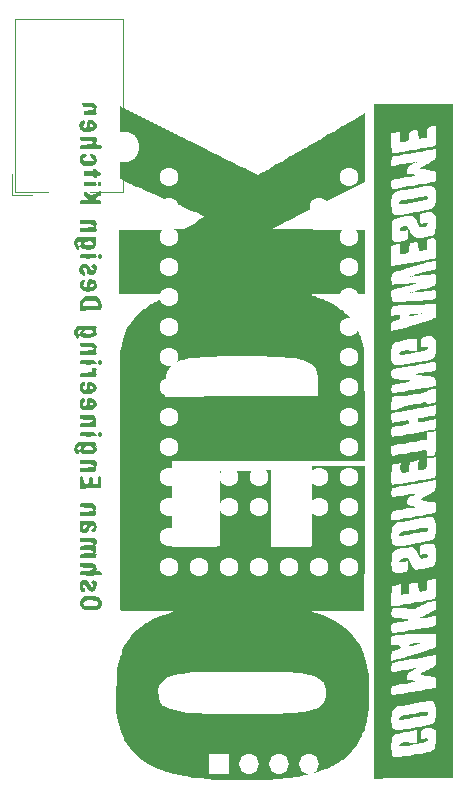
<source format=gbr>
%TF.GenerationSoftware,KiCad,Pcbnew,8.0.5*%
%TF.CreationDate,2025-06-27T14:54:40-05:00*%
%TF.ProjectId,ULACIT 2025,554c4143-4954-4203-9230-32352e6b6963,rev?*%
%TF.SameCoordinates,Original*%
%TF.FileFunction,Legend,Bot*%
%TF.FilePolarity,Positive*%
%FSLAX46Y46*%
G04 Gerber Fmt 4.6, Leading zero omitted, Abs format (unit mm)*
G04 Created by KiCad (PCBNEW 8.0.5) date 2025-06-27 14:54:40*
%MOMM*%
%LPD*%
G01*
G04 APERTURE LIST*
%ADD10C,0.120000*%
%ADD11C,0.000000*%
%ADD12R,1.700000X1.700000*%
%ADD13O,1.700000X1.700000*%
%ADD14C,3.200000*%
%ADD15C,1.600000*%
%ADD16R,2.600000X2.600000*%
%ADD17C,2.600000*%
G04 APERTURE END LIST*
D10*
%TO.C,J1*%
X30720000Y-32440000D02*
X30720000Y-30700000D01*
X30960000Y-17600000D02*
X40160000Y-17600000D01*
X30960000Y-32200000D02*
X30960000Y-17600000D01*
X32460000Y-32440000D02*
X30720000Y-32440000D01*
X33760000Y-32200000D02*
X30960000Y-32200000D01*
X40160000Y-17600000D02*
X40160000Y-26600000D01*
X40160000Y-30200000D02*
X40160000Y-32200000D01*
X40160000Y-32200000D02*
X37360000Y-32200000D01*
D11*
%TO.C,G\u002A\u002A\u002A*%
G36*
X37930666Y-53721000D02*
G01*
X37888333Y-53763334D01*
X37846000Y-53721000D01*
X37888333Y-53678667D01*
X37930666Y-53721000D01*
G37*
G36*
X37930666Y-62865000D02*
G01*
X37888333Y-62907334D01*
X37846000Y-62865000D01*
X37888333Y-62822667D01*
X37930666Y-62865000D01*
G37*
G36*
X64516000Y-39327667D02*
G01*
X64473666Y-39370000D01*
X64431333Y-39327667D01*
X64473666Y-39285334D01*
X64516000Y-39327667D01*
G37*
G36*
X64516000Y-40682334D02*
G01*
X64473666Y-40724667D01*
X64431333Y-40682334D01*
X64473666Y-40640000D01*
X64516000Y-40682334D01*
G37*
G36*
X64685333Y-39327667D02*
G01*
X64643000Y-39370000D01*
X64600666Y-39327667D01*
X64643000Y-39285334D01*
X64685333Y-39327667D01*
G37*
G36*
X64685333Y-40682334D02*
G01*
X64643000Y-40724667D01*
X64600666Y-40682334D01*
X64643000Y-40640000D01*
X64685333Y-40682334D01*
G37*
G36*
X65024000Y-29675667D02*
G01*
X64981666Y-29718000D01*
X64939333Y-29675667D01*
X64981666Y-29633334D01*
X65024000Y-29675667D01*
G37*
G36*
X38242866Y-31399038D02*
G01*
X38311666Y-31538334D01*
X38288461Y-31623798D01*
X38163500Y-31713271D01*
X38055544Y-31689624D01*
X38015333Y-31538334D01*
X38045083Y-31399394D01*
X38163500Y-31363397D01*
X38242866Y-31399038D01*
G37*
G36*
X38265508Y-37504784D02*
G01*
X38338722Y-37663164D01*
X38323083Y-37804050D01*
X38190555Y-37846000D01*
X38057151Y-37802969D01*
X38015333Y-37641825D01*
X38045995Y-37516596D01*
X38148076Y-37454617D01*
X38265508Y-37504784D01*
G37*
G36*
X38265508Y-46479450D02*
G01*
X38338722Y-46637831D01*
X38323083Y-46778716D01*
X38190555Y-46820667D01*
X38057151Y-46777636D01*
X38015333Y-46616492D01*
X38045995Y-46491263D01*
X38148076Y-46429284D01*
X38265508Y-46479450D01*
G37*
G36*
X38265508Y-52575450D02*
G01*
X38338722Y-52733831D01*
X38323083Y-52874716D01*
X38190555Y-52916667D01*
X38057151Y-52873636D01*
X38015333Y-52712492D01*
X38045995Y-52587263D01*
X38148076Y-52525284D01*
X38265508Y-52575450D01*
G37*
G36*
X65447333Y-42450340D02*
G01*
X65443523Y-42465226D01*
X65362666Y-42545000D01*
X65332690Y-42560771D01*
X65278000Y-42554994D01*
X65281810Y-42540108D01*
X65362666Y-42460334D01*
X65392643Y-42444564D01*
X65447333Y-42450340D01*
G37*
G36*
X65131762Y-42548003D02*
G01*
X65024000Y-42602919D01*
X64879086Y-42663284D01*
X64627249Y-42730902D01*
X64440382Y-42710462D01*
X64365762Y-42668659D01*
X64389868Y-42610520D01*
X64552665Y-42562002D01*
X64836115Y-42531274D01*
X64956953Y-42525015D01*
X65115513Y-42524360D01*
X65131762Y-42548003D01*
G37*
G36*
X65442192Y-70389139D02*
G01*
X65390067Y-70420182D01*
X65230525Y-70464369D01*
X65132987Y-70485285D01*
X64981666Y-70542434D01*
X64977318Y-70544993D01*
X64821039Y-70591223D01*
X64594823Y-70620911D01*
X64393233Y-70621372D01*
X64361326Y-70609216D01*
X64393233Y-70533135D01*
X64417496Y-70517896D01*
X64560810Y-70473378D01*
X64779464Y-70429249D01*
X65025195Y-70392135D01*
X65249736Y-70368662D01*
X65404823Y-70365455D01*
X65442192Y-70389139D01*
G37*
G36*
X37272588Y-46439914D02*
G01*
X37579726Y-46455649D01*
X37763851Y-46496159D01*
X37858548Y-46572598D01*
X37897403Y-46696118D01*
X37877076Y-46757880D01*
X37773839Y-46796195D01*
X37558880Y-46815407D01*
X37203508Y-46820667D01*
X36905690Y-46819152D01*
X36673975Y-46808205D01*
X36550092Y-46778683D01*
X36500419Y-46721462D01*
X36491333Y-46627419D01*
X36493135Y-46572577D01*
X36521033Y-46495751D01*
X36611084Y-46454898D01*
X36799000Y-46439275D01*
X37120494Y-46438136D01*
X37272588Y-46439914D01*
G37*
G36*
X37272588Y-52535914D02*
G01*
X37579726Y-52551649D01*
X37763851Y-52592159D01*
X37858548Y-52668598D01*
X37897403Y-52792118D01*
X37877076Y-52853880D01*
X37773839Y-52892195D01*
X37558880Y-52911407D01*
X37203508Y-52916667D01*
X36905690Y-52915152D01*
X36673975Y-52904205D01*
X36550092Y-52874683D01*
X36500419Y-52817462D01*
X36491333Y-52723419D01*
X36493135Y-52668577D01*
X36521033Y-52591751D01*
X36611084Y-52550898D01*
X36799000Y-52535275D01*
X37120494Y-52534136D01*
X37272588Y-52535914D01*
G37*
G36*
X37418597Y-31367462D02*
G01*
X37678124Y-31376794D01*
X37821972Y-31402916D01*
X37883683Y-31454029D01*
X37896800Y-31538334D01*
X37892906Y-31593233D01*
X37854739Y-31656689D01*
X37747905Y-31691861D01*
X37538861Y-31706950D01*
X37194066Y-31710157D01*
X36969536Y-31709205D01*
X36710009Y-31699873D01*
X36566161Y-31673751D01*
X36504450Y-31622639D01*
X36491333Y-31538334D01*
X36495227Y-31483434D01*
X36533394Y-31419978D01*
X36640228Y-31384806D01*
X36849272Y-31369717D01*
X37194066Y-31366510D01*
X37418597Y-31367462D01*
G37*
G36*
X37474867Y-37463871D02*
G01*
X37710208Y-37474475D01*
X37836423Y-37503586D01*
X37887344Y-37560436D01*
X37896800Y-37654255D01*
X37891813Y-37730873D01*
X37852951Y-37795088D01*
X37746260Y-37829526D01*
X37537908Y-37843420D01*
X37194066Y-37846000D01*
X36913266Y-37844640D01*
X36677925Y-37834036D01*
X36551710Y-37804925D01*
X36500789Y-37748075D01*
X36491333Y-37654255D01*
X36496320Y-37577637D01*
X36535182Y-37513423D01*
X36641873Y-37478984D01*
X36850225Y-37465090D01*
X37194066Y-37462510D01*
X37474867Y-37463871D01*
G37*
G36*
X37803441Y-47144870D02*
G01*
X37911854Y-47196966D01*
X37918745Y-47240710D01*
X37853954Y-47361417D01*
X37808969Y-47436277D01*
X37834348Y-47533132D01*
X37872573Y-47579180D01*
X37894109Y-47731170D01*
X37893006Y-47737981D01*
X37853163Y-47811050D01*
X37743485Y-47857656D01*
X37530812Y-47885827D01*
X37181984Y-47903591D01*
X36858095Y-47913609D01*
X36646342Y-47909532D01*
X36537428Y-47881042D01*
X36497157Y-47818705D01*
X36491333Y-47713091D01*
X36491353Y-47702778D01*
X36503659Y-47587916D01*
X36565898Y-47526731D01*
X36717859Y-47502375D01*
X36999333Y-47498000D01*
X37296823Y-47487111D01*
X37464390Y-47439141D01*
X37527659Y-47331941D01*
X37519091Y-47143362D01*
X37537291Y-47121634D01*
X37651873Y-47116113D01*
X37803441Y-47144870D01*
G37*
G36*
X65853748Y-60645142D02*
G01*
X65934468Y-60691155D01*
X65955333Y-60783141D01*
X65930238Y-60890465D01*
X65828333Y-60970584D01*
X65647795Y-60987045D01*
X65397116Y-61020449D01*
X65151000Y-61072312D01*
X65124600Y-61078374D01*
X64852537Y-61128340D01*
X64557563Y-61167706D01*
X64514647Y-61172519D01*
X64233619Y-61218730D01*
X64007229Y-61276982D01*
X63822910Y-61325716D01*
X63549825Y-61309250D01*
X63518933Y-61284431D01*
X63527002Y-61179375D01*
X63605747Y-61059520D01*
X63718705Y-60993120D01*
X63726798Y-60991938D01*
X63927660Y-60957479D01*
X64177333Y-60909048D01*
X64190488Y-60906365D01*
X64443103Y-60859422D01*
X64643000Y-60829380D01*
X64822800Y-60802614D01*
X65066333Y-60756384D01*
X65404005Y-60687764D01*
X65685988Y-60644285D01*
X65853748Y-60645142D01*
G37*
G36*
X65853748Y-76223809D02*
G01*
X65934468Y-76269822D01*
X65955333Y-76361807D01*
X65930238Y-76469132D01*
X65828333Y-76549250D01*
X65647795Y-76565711D01*
X65397116Y-76599116D01*
X65151000Y-76650978D01*
X65124600Y-76657040D01*
X64852537Y-76707007D01*
X64557563Y-76746373D01*
X64514647Y-76751186D01*
X64233619Y-76797396D01*
X64007229Y-76855648D01*
X63822910Y-76904383D01*
X63549825Y-76887917D01*
X63518933Y-76863097D01*
X63527002Y-76758042D01*
X63605747Y-76638187D01*
X63718705Y-76571787D01*
X63726798Y-76570605D01*
X63927660Y-76536146D01*
X64177333Y-76487714D01*
X64190488Y-76485031D01*
X64443103Y-76438089D01*
X64643000Y-76408047D01*
X64822800Y-76381281D01*
X65066333Y-76335050D01*
X65404005Y-76266431D01*
X65685988Y-76222951D01*
X65853748Y-76223809D01*
G37*
G36*
X65868856Y-32579751D02*
G01*
X65929868Y-32652427D01*
X65941118Y-32719475D01*
X65881909Y-32873292D01*
X65832482Y-32914486D01*
X65786000Y-32912029D01*
X65736088Y-32893110D01*
X65588586Y-32929915D01*
X65489923Y-32959985D01*
X65231978Y-33015995D01*
X64932419Y-33063081D01*
X64748303Y-33088772D01*
X64525076Y-33127804D01*
X64413010Y-33158502D01*
X64348757Y-33181537D01*
X64154515Y-33215323D01*
X63913604Y-33237970D01*
X63697218Y-33243680D01*
X63576549Y-33226651D01*
X63541907Y-33133076D01*
X63585008Y-33000128D01*
X63678392Y-32924750D01*
X63731929Y-32917901D01*
X63902166Y-32898804D01*
X64072626Y-32871733D01*
X64306465Y-32822174D01*
X64565777Y-32771007D01*
X64856798Y-32729411D01*
X64909487Y-32723157D01*
X65208128Y-32675643D01*
X65516459Y-32612693D01*
X65736065Y-32570470D01*
X65868856Y-32579751D01*
G37*
G36*
X37297042Y-51059264D02*
G01*
X37608635Y-51106075D01*
X37794351Y-51219299D01*
X37880390Y-51420523D01*
X37892952Y-51731334D01*
X37877168Y-52112334D01*
X37177900Y-52137027D01*
X36869586Y-52146483D01*
X36649290Y-52143688D01*
X36537001Y-52118647D01*
X36500146Y-52063226D01*
X36506149Y-51969291D01*
X36526932Y-51882465D01*
X36594648Y-51812656D01*
X36746857Y-51781035D01*
X37025928Y-51771478D01*
X37168517Y-51767167D01*
X37456811Y-51726811D01*
X37594701Y-51642881D01*
X37612729Y-51588186D01*
X37557917Y-51541810D01*
X37390162Y-51513389D01*
X37081273Y-51494791D01*
X36952113Y-51489050D01*
X36695191Y-51470300D01*
X36557345Y-51435907D01*
X36501688Y-51371312D01*
X36491333Y-51261958D01*
X36492081Y-51215264D01*
X36513293Y-51124644D01*
X36591974Y-51076479D01*
X36765409Y-51057390D01*
X37070878Y-51054000D01*
X37297042Y-51059264D01*
G37*
G36*
X37551525Y-28975609D02*
G01*
X37740979Y-29071471D01*
X37870019Y-29285275D01*
X37909635Y-29569482D01*
X37856827Y-29727570D01*
X37677749Y-29889455D01*
X37416820Y-29991598D01*
X37120529Y-30024259D01*
X36835366Y-29977701D01*
X36607820Y-29842184D01*
X36478865Y-29623132D01*
X36460907Y-29340145D01*
X36575693Y-29083371D01*
X36688002Y-29011480D01*
X36854407Y-28977754D01*
X36998988Y-28994106D01*
X37052728Y-29063422D01*
X37019957Y-29182617D01*
X36925207Y-29315911D01*
X36816010Y-29328355D01*
X36768660Y-29325352D01*
X36759065Y-29432807D01*
X36770319Y-29471814D01*
X36877371Y-29571437D01*
X37114774Y-29617809D01*
X37159038Y-29620877D01*
X37406026Y-29619476D01*
X37579737Y-29590352D01*
X37643984Y-29558569D01*
X37650879Y-29495635D01*
X37528500Y-29380639D01*
X37429655Y-29285755D01*
X37341500Y-29122527D01*
X37381097Y-29008049D01*
X37546951Y-28975191D01*
X37551525Y-28975609D01*
G37*
G36*
X37829836Y-30294252D02*
G01*
X37911966Y-30381565D01*
X37956642Y-30435493D01*
X38107055Y-30480000D01*
X38223573Y-30518962D01*
X38269333Y-30680638D01*
X38269237Y-30692909D01*
X38226730Y-30839128D01*
X38078833Y-30871138D01*
X37962381Y-30887021D01*
X37906874Y-30958957D01*
X37893058Y-31008614D01*
X37779874Y-31032377D01*
X37705393Y-31007743D01*
X37649663Y-30930764D01*
X37608774Y-30898453D01*
X37440438Y-30870522D01*
X37183996Y-30863729D01*
X36981227Y-30860934D01*
X36735876Y-30836107D01*
X36597166Y-30793518D01*
X36588410Y-30786240D01*
X36510627Y-30633784D01*
X36493974Y-30432851D01*
X36547962Y-30282260D01*
X36617204Y-30276564D01*
X36750976Y-30358107D01*
X36774489Y-30376182D01*
X36943847Y-30439385D01*
X37167918Y-30466164D01*
X37391441Y-30457694D01*
X37559153Y-30415151D01*
X37615792Y-30339711D01*
X37621998Y-30295900D01*
X37708015Y-30262141D01*
X37829836Y-30294252D01*
G37*
G36*
X38200108Y-56264241D02*
G01*
X38269358Y-56330439D01*
X38302908Y-56488579D01*
X38311666Y-56777072D01*
X38311666Y-57277000D01*
X37401500Y-57301032D01*
X36491333Y-57325063D01*
X36491333Y-56779357D01*
X36494592Y-56538111D01*
X36513711Y-56347884D01*
X36558734Y-56265241D01*
X36639500Y-56255397D01*
X36745847Y-56321218D01*
X36788963Y-56523072D01*
X36802523Y-56699754D01*
X36880564Y-56897433D01*
X37020836Y-56949579D01*
X37126802Y-56923299D01*
X37269338Y-56797431D01*
X37295780Y-56558670D01*
X37291420Y-56480879D01*
X37321122Y-56340456D01*
X37433026Y-56303334D01*
X37510126Y-56316540D01*
X37575043Y-56408531D01*
X37592000Y-56625067D01*
X37604807Y-56835235D01*
X37664724Y-56926994D01*
X37803666Y-56946800D01*
X37840100Y-56946280D01*
X37955911Y-56918814D01*
X38005092Y-56815677D01*
X38015333Y-56590225D01*
X38024598Y-56384912D01*
X38068243Y-56272047D01*
X38163500Y-56255397D01*
X38200108Y-56264241D01*
G37*
G36*
X37856880Y-41042842D02*
G01*
X37997772Y-41106382D01*
X38125041Y-41226095D01*
X38175148Y-41285797D01*
X38288784Y-41514897D01*
X38317399Y-41825334D01*
X38311666Y-42206334D01*
X37401500Y-42230365D01*
X37386634Y-42230758D01*
X36491333Y-42254396D01*
X36491333Y-41798987D01*
X36493638Y-41737478D01*
X36763621Y-41737478D01*
X36786505Y-41811697D01*
X36874901Y-41851483D01*
X37063410Y-41867518D01*
X37386634Y-41870489D01*
X37622717Y-41869683D01*
X37849989Y-41860050D01*
X37965454Y-41829883D01*
X38003342Y-41767451D01*
X37997884Y-41661025D01*
X37966709Y-41540426D01*
X37863805Y-41458521D01*
X37642447Y-41419807D01*
X37617413Y-41417605D01*
X37316664Y-41412448D01*
X37047048Y-41437738D01*
X37013783Y-41444483D01*
X36829787Y-41525584D01*
X36766352Y-41678956D01*
X36763621Y-41737478D01*
X36493638Y-41737478D01*
X36499000Y-41594420D01*
X36562476Y-41319896D01*
X36712396Y-41148663D01*
X36975259Y-41057528D01*
X37377566Y-41023295D01*
X37647853Y-41020685D01*
X37856880Y-41042842D01*
G37*
G36*
X37481219Y-39599815D02*
G01*
X37570833Y-39628106D01*
X37574873Y-39630760D01*
X37672433Y-39655750D01*
X37775154Y-39694224D01*
X37893224Y-39865419D01*
X37915667Y-40141812D01*
X37897813Y-40237458D01*
X37750011Y-40471622D01*
X37507333Y-40599175D01*
X37476892Y-40615175D01*
X37098900Y-40655266D01*
X36929897Y-40636217D01*
X36658046Y-40510939D01*
X36492875Y-40261940D01*
X36468707Y-40066501D01*
X36525328Y-39861617D01*
X36638695Y-39701552D01*
X36779336Y-39626814D01*
X36917779Y-39677913D01*
X36958361Y-39771902D01*
X36869553Y-39911019D01*
X36824835Y-39965201D01*
X36774845Y-40128386D01*
X36831441Y-40254318D01*
X36977910Y-40285265D01*
X37084047Y-40213353D01*
X37102619Y-40124074D01*
X37338000Y-40124074D01*
X37372060Y-40237243D01*
X37507333Y-40241199D01*
X37605731Y-40193516D01*
X37676666Y-40079792D01*
X37644658Y-40011470D01*
X37507333Y-39962667D01*
X37401630Y-39988317D01*
X37338000Y-40124074D01*
X37102619Y-40124074D01*
X37127630Y-40003841D01*
X37147071Y-39786432D01*
X37236316Y-39612914D01*
X37401836Y-39582730D01*
X37481219Y-39599815D01*
G37*
G36*
X37441802Y-54873355D02*
G01*
X37706916Y-54912338D01*
X37840787Y-54984719D01*
X37900126Y-55104028D01*
X37901910Y-55314196D01*
X37803666Y-55476537D01*
X37769993Y-55509456D01*
X37817342Y-55540037D01*
X37883728Y-55589363D01*
X37887580Y-55719996D01*
X37814390Y-55855166D01*
X37808479Y-55859613D01*
X37678943Y-55890783D01*
X37433792Y-55913767D01*
X37120494Y-55923865D01*
X36941909Y-55924437D01*
X36691212Y-55917448D01*
X36556360Y-55890639D01*
X36501638Y-55833265D01*
X36491333Y-55734582D01*
X36491420Y-55719941D01*
X36507598Y-55621482D01*
X36578383Y-55567925D01*
X36741998Y-55545724D01*
X37036670Y-55541334D01*
X37303940Y-55532075D01*
X37525880Y-55504968D01*
X37628404Y-55466260D01*
X37645686Y-55404637D01*
X37558950Y-55312669D01*
X37330836Y-55256638D01*
X36978166Y-55242340D01*
X36731927Y-55243738D01*
X36571371Y-55224212D01*
X36504620Y-55167459D01*
X36491333Y-55058224D01*
X36492980Y-55005057D01*
X36520206Y-54926628D01*
X36609218Y-54884405D01*
X36795858Y-54867244D01*
X37115966Y-54864000D01*
X37441802Y-54873355D01*
G37*
G36*
X37444945Y-48278005D02*
G01*
X37677788Y-48377662D01*
X37858196Y-48573198D01*
X37930666Y-48813176D01*
X37872410Y-49007171D01*
X37690300Y-49180652D01*
X37517090Y-49254548D01*
X37427936Y-49292584D01*
X37130169Y-49331677D01*
X36841847Y-49286641D01*
X36607820Y-49146184D01*
X36476954Y-48922804D01*
X36463083Y-48638714D01*
X36584716Y-48376498D01*
X36601395Y-48358377D01*
X36750878Y-48294477D01*
X36892503Y-48341761D01*
X36953151Y-48479738D01*
X36932371Y-48568388D01*
X36847318Y-48619834D01*
X36821013Y-48617208D01*
X36752277Y-48674580D01*
X36768042Y-48800059D01*
X36864795Y-48931078D01*
X36888351Y-48948750D01*
X37012175Y-48963440D01*
X37094334Y-48827934D01*
X37094728Y-48824445D01*
X37338000Y-48824445D01*
X37390950Y-48912693D01*
X37517090Y-48933099D01*
X37628404Y-48862260D01*
X37637225Y-48838023D01*
X37596366Y-48731658D01*
X37491445Y-48650045D01*
X37393710Y-48655846D01*
X37375074Y-48681017D01*
X37338000Y-48824445D01*
X37094728Y-48824445D01*
X37125037Y-48556334D01*
X37129972Y-48456209D01*
X37188771Y-48325028D01*
X37351333Y-48276299D01*
X37444945Y-48278005D01*
G37*
G36*
X37241182Y-58550257D02*
G01*
X37521649Y-58581109D01*
X37705840Y-58630776D01*
X37775801Y-58682174D01*
X37875193Y-58856903D01*
X37890347Y-59055367D01*
X37807756Y-59201871D01*
X37768404Y-59237813D01*
X37817342Y-59265371D01*
X37883728Y-59314697D01*
X37887580Y-59445329D01*
X37814390Y-59580500D01*
X37808479Y-59584946D01*
X37678943Y-59616116D01*
X37433792Y-59639100D01*
X37120494Y-59649199D01*
X36941909Y-59649771D01*
X36691212Y-59642782D01*
X36556360Y-59615972D01*
X36501638Y-59558598D01*
X36491333Y-59459915D01*
X36491367Y-59450600D01*
X36506350Y-59349302D01*
X36575024Y-59294137D01*
X36735916Y-59271221D01*
X37027555Y-59266667D01*
X37049470Y-59266643D01*
X37389642Y-59255459D01*
X37579890Y-59218991D01*
X37637785Y-59150095D01*
X37580898Y-59041624D01*
X37537177Y-59007833D01*
X37324246Y-58948820D01*
X36983078Y-58928000D01*
X36711425Y-58923726D01*
X36559870Y-58900714D01*
X36504078Y-58844118D01*
X36506611Y-58739097D01*
X36526985Y-58655203D01*
X36595134Y-58586013D01*
X36748269Y-58554433D01*
X37028507Y-58544782D01*
X37241182Y-58550257D01*
G37*
G36*
X37390427Y-24648037D02*
G01*
X37650026Y-24690395D01*
X37797619Y-24771048D01*
X37877836Y-24873259D01*
X37925705Y-25056118D01*
X37841889Y-25190875D01*
X37808711Y-25225128D01*
X37825916Y-25344038D01*
X37852298Y-25389077D01*
X37893528Y-25569334D01*
X37870527Y-25622814D01*
X37765081Y-25671165D01*
X37547743Y-25701809D01*
X37189833Y-25720925D01*
X36854948Y-25731089D01*
X36644858Y-25726635D01*
X36536896Y-25697889D01*
X36497056Y-25635577D01*
X36491333Y-25530425D01*
X36491574Y-25498141D01*
X36507915Y-25395162D01*
X36577809Y-25340590D01*
X36739844Y-25319092D01*
X37032608Y-25315334D01*
X37033588Y-25315334D01*
X37357039Y-25303382D01*
X37543190Y-25263242D01*
X37622618Y-25188334D01*
X37640719Y-25127663D01*
X37619789Y-25080738D01*
X37523197Y-25053875D01*
X37319728Y-25039387D01*
X36978166Y-25029584D01*
X36838548Y-25024791D01*
X36638358Y-25000380D01*
X36542509Y-24941259D01*
X36506611Y-24828500D01*
X36501379Y-24785180D01*
X36512655Y-24703091D01*
X36588181Y-24659064D01*
X36762977Y-24641300D01*
X37072064Y-24638000D01*
X37390427Y-24648037D01*
G37*
G36*
X37390427Y-44968037D02*
G01*
X37650026Y-45010395D01*
X37797619Y-45091048D01*
X37877836Y-45193259D01*
X37925705Y-45376118D01*
X37841889Y-45510875D01*
X37808711Y-45545128D01*
X37825916Y-45664038D01*
X37852298Y-45709077D01*
X37893528Y-45889334D01*
X37870527Y-45942814D01*
X37765081Y-45991165D01*
X37547743Y-46021809D01*
X37189833Y-46040925D01*
X36854948Y-46051089D01*
X36644858Y-46046635D01*
X36536896Y-46017889D01*
X36497056Y-45955577D01*
X36491333Y-45850425D01*
X36491574Y-45818141D01*
X36507915Y-45715162D01*
X36577809Y-45660590D01*
X36739844Y-45639092D01*
X37032608Y-45635334D01*
X37033588Y-45635334D01*
X37357039Y-45623382D01*
X37543190Y-45583242D01*
X37622618Y-45508334D01*
X37640719Y-45447663D01*
X37619789Y-45400738D01*
X37523197Y-45373875D01*
X37319728Y-45359387D01*
X36978166Y-45349584D01*
X36838548Y-45344791D01*
X36638358Y-45320380D01*
X36542509Y-45261259D01*
X36506611Y-45148500D01*
X36501379Y-45105180D01*
X36512655Y-45023091D01*
X36588181Y-44979064D01*
X36762977Y-44961300D01*
X37072064Y-44958000D01*
X37390427Y-44968037D01*
G37*
G36*
X37436820Y-49660991D02*
G01*
X37672467Y-49767581D01*
X37856439Y-49951915D01*
X37930666Y-50163794D01*
X37920972Y-50268409D01*
X37796472Y-50501514D01*
X37537349Y-50645518D01*
X37466622Y-50654249D01*
X37154876Y-50692735D01*
X37054482Y-50690515D01*
X36758590Y-50652343D01*
X36578294Y-50553335D01*
X36474300Y-50375155D01*
X36464316Y-50338124D01*
X36456842Y-50134035D01*
X36493052Y-49913883D01*
X36559898Y-49769910D01*
X36614240Y-49736185D01*
X36778049Y-49685243D01*
X36850747Y-49688275D01*
X36949736Y-49775551D01*
X36961608Y-49908437D01*
X36865610Y-50009963D01*
X36775539Y-50078657D01*
X36757889Y-50213869D01*
X36869622Y-50321578D01*
X36990478Y-50322754D01*
X37077177Y-50203855D01*
X37343067Y-50203855D01*
X37413073Y-50328405D01*
X37466622Y-50335577D01*
X37583451Y-50259968D01*
X37632835Y-50165518D01*
X37564087Y-50049969D01*
X37495433Y-50008316D01*
X37393710Y-50010513D01*
X37366570Y-50047468D01*
X37343067Y-50203855D01*
X37077177Y-50203855D01*
X37089311Y-50187214D01*
X37125037Y-49911000D01*
X37130242Y-49805631D01*
X37186044Y-49684103D01*
X37338000Y-49651436D01*
X37436820Y-49660991D01*
G37*
G36*
X37489182Y-63614427D02*
G01*
X37758772Y-63708431D01*
X37891489Y-63873959D01*
X37898626Y-64118289D01*
X37888520Y-64184292D01*
X37906946Y-64296570D01*
X38020276Y-64303382D01*
X38069284Y-64298078D01*
X38235683Y-64369352D01*
X38322961Y-64579500D01*
X38323358Y-64583388D01*
X38278418Y-64631465D01*
X38124428Y-64662937D01*
X37841385Y-64680121D01*
X37409286Y-64685334D01*
X37131783Y-64684945D01*
X36819124Y-64680096D01*
X36628884Y-64664807D01*
X36532457Y-64633091D01*
X36501235Y-64578961D01*
X36506611Y-64496431D01*
X36526551Y-64413569D01*
X36594173Y-64343737D01*
X36746557Y-64311861D01*
X37025928Y-64302145D01*
X37168517Y-64297834D01*
X37456811Y-64257478D01*
X37594701Y-64173548D01*
X37612729Y-64118853D01*
X37557917Y-64072477D01*
X37390162Y-64044056D01*
X37081273Y-64025458D01*
X36952113Y-64019716D01*
X36695191Y-64000966D01*
X36557345Y-63966573D01*
X36501688Y-63901979D01*
X36491333Y-63792625D01*
X36492081Y-63745931D01*
X36513293Y-63655311D01*
X36591974Y-63607146D01*
X36765409Y-63588057D01*
X37070878Y-63584667D01*
X37071429Y-63584667D01*
X37489182Y-63614427D01*
G37*
G36*
X37508718Y-66422463D02*
G01*
X37804285Y-66435583D01*
X37990025Y-66471020D01*
X38115658Y-66544369D01*
X38230904Y-66671222D01*
X38346845Y-66859458D01*
X38383074Y-67131404D01*
X38366947Y-67208602D01*
X38281591Y-67415215D01*
X38125333Y-67544079D01*
X37865920Y-67613202D01*
X37471097Y-67640592D01*
X37449261Y-67641144D01*
X37423524Y-67641794D01*
X37107361Y-67642488D01*
X36904401Y-67618353D01*
X36764877Y-67557987D01*
X36639022Y-67449992D01*
X36628158Y-67438928D01*
X36468335Y-67171934D01*
X36470323Y-67047569D01*
X36750885Y-67047569D01*
X36851166Y-67200184D01*
X36939897Y-67232600D01*
X37163285Y-67262718D01*
X37449261Y-67270265D01*
X37763365Y-67241984D01*
X37985584Y-67165698D01*
X38061495Y-67049350D01*
X37980539Y-66900292D01*
X37946865Y-66874438D01*
X37745551Y-66803564D01*
X37464208Y-66765730D01*
X37170580Y-66766641D01*
X36932413Y-66812005D01*
X36801911Y-66895371D01*
X36750885Y-67047569D01*
X36470323Y-67047569D01*
X36472870Y-66888227D01*
X36641690Y-66610533D01*
X36754168Y-66509884D01*
X36894448Y-66448531D01*
X37104398Y-66422915D01*
X37433639Y-66421169D01*
X37508718Y-66422463D01*
G37*
G36*
X37373856Y-34550084D02*
G01*
X37681342Y-34586265D01*
X37831671Y-34653736D01*
X37875763Y-34737156D01*
X37906245Y-34909549D01*
X37890129Y-35067498D01*
X37827982Y-35136667D01*
X37810053Y-35139983D01*
X37761333Y-35226331D01*
X37765093Y-35253397D01*
X37829066Y-35274133D01*
X37871850Y-35289829D01*
X37896800Y-35418548D01*
X37892037Y-35489372D01*
X37853296Y-35553312D01*
X37746572Y-35587899D01*
X37538088Y-35602085D01*
X37194066Y-35604824D01*
X36913266Y-35603463D01*
X36677925Y-35592860D01*
X36551710Y-35563748D01*
X36500789Y-35506898D01*
X36491333Y-35413079D01*
X36491407Y-35399888D01*
X36507507Y-35301623D01*
X36578284Y-35248064D01*
X36741939Y-35225778D01*
X37036670Y-35221334D01*
X37303940Y-35212075D01*
X37525880Y-35184968D01*
X37628404Y-35146260D01*
X37645686Y-35084637D01*
X37558950Y-34992669D01*
X37330836Y-34936638D01*
X36978166Y-34922340D01*
X36731927Y-34923738D01*
X36571371Y-34904212D01*
X36504620Y-34847459D01*
X36491333Y-34738224D01*
X36492980Y-34685057D01*
X36520206Y-34606628D01*
X36609218Y-34564405D01*
X36795858Y-34547244D01*
X37115966Y-34544000D01*
X37373856Y-34550084D01*
G37*
G36*
X37001302Y-38283948D02*
G01*
X37194950Y-38390090D01*
X37330607Y-38630890D01*
X37386170Y-38737730D01*
X37501073Y-38845272D01*
X37603900Y-38851203D01*
X37648444Y-38739704D01*
X37638690Y-38685699D01*
X37560571Y-38633871D01*
X37508114Y-38610912D01*
X37468848Y-38481000D01*
X37509519Y-38356276D01*
X37644486Y-38307314D01*
X37824833Y-38380340D01*
X37918565Y-38504620D01*
X37943792Y-38725724D01*
X37874202Y-38961191D01*
X37728595Y-39156021D01*
X37525771Y-39255218D01*
X37481871Y-39257605D01*
X37307989Y-39220353D01*
X37154163Y-39139479D01*
X37093999Y-39049973D01*
X37095873Y-39013770D01*
X37056817Y-38839469D01*
X36971140Y-38678649D01*
X36876569Y-38608000D01*
X36769539Y-38625973D01*
X36713160Y-38721238D01*
X36804280Y-38880358D01*
X36822362Y-38900818D01*
X36946155Y-39095862D01*
X36946622Y-39233322D01*
X36822508Y-39285334D01*
X36731188Y-39269590D01*
X36660666Y-39195670D01*
X36655719Y-39167429D01*
X36582408Y-39154374D01*
X36532834Y-39155762D01*
X36470123Y-39053537D01*
X36447383Y-38816926D01*
X36507629Y-38539715D01*
X36652531Y-38343911D01*
X36861533Y-38270630D01*
X37001302Y-38283948D01*
G37*
G36*
X37595404Y-26145396D02*
G01*
X37803590Y-26290075D01*
X37909572Y-26506748D01*
X37894661Y-26751352D01*
X37740166Y-26979824D01*
X37595657Y-27063985D01*
X37517090Y-27083667D01*
X37335436Y-27129173D01*
X37051314Y-27141822D01*
X36804453Y-27100564D01*
X36656012Y-27004035D01*
X36611624Y-26950301D01*
X36571345Y-26966334D01*
X36551094Y-26981203D01*
X36496355Y-26881667D01*
X36476199Y-26822579D01*
X36453040Y-26565901D01*
X36513387Y-26329417D01*
X36637463Y-26162263D01*
X36805494Y-26113573D01*
X36828275Y-26118268D01*
X36942379Y-26214498D01*
X36951665Y-26364565D01*
X36847672Y-26492460D01*
X36822058Y-26507420D01*
X36756209Y-26587677D01*
X36826178Y-26707728D01*
X36889074Y-26766116D01*
X37008330Y-26774214D01*
X37093694Y-26642410D01*
X37093776Y-26641778D01*
X37338000Y-26641778D01*
X37390950Y-26730026D01*
X37517090Y-26750432D01*
X37628404Y-26679594D01*
X37637225Y-26655356D01*
X37596366Y-26548991D01*
X37491445Y-26467379D01*
X37393710Y-26473180D01*
X37375074Y-26498350D01*
X37338000Y-26641778D01*
X37093776Y-26641778D01*
X37126333Y-26390600D01*
X37135423Y-26238661D01*
X37201052Y-26138049D01*
X37371618Y-26110952D01*
X37595404Y-26145396D01*
G37*
G36*
X37807243Y-65120408D02*
G01*
X37894887Y-65256931D01*
X37917742Y-65489496D01*
X37864269Y-65738537D01*
X37740113Y-65935499D01*
X37646409Y-66016247D01*
X37508150Y-66070098D01*
X37343480Y-66015223D01*
X37178196Y-65874416D01*
X37048760Y-65659000D01*
X37046491Y-65652801D01*
X36951273Y-65471189D01*
X36851166Y-65383834D01*
X36785851Y-65399411D01*
X36747703Y-65503085D01*
X36775309Y-65637461D01*
X36865610Y-65729372D01*
X36895496Y-65747143D01*
X36956917Y-65857946D01*
X36956502Y-65984326D01*
X36888194Y-66042328D01*
X36852531Y-66041367D01*
X36700272Y-66040000D01*
X36602449Y-65997156D01*
X36499013Y-65849500D01*
X36457923Y-65604943D01*
X36487779Y-65343603D01*
X36579916Y-65156382D01*
X36727156Y-65071957D01*
X36966284Y-65060886D01*
X37179580Y-65160877D01*
X37270418Y-65266268D01*
X37295666Y-65362667D01*
X37313698Y-65444084D01*
X37424663Y-65576141D01*
X37540451Y-65670094D01*
X37598478Y-65693289D01*
X37605527Y-65656323D01*
X37632934Y-65513459D01*
X37632696Y-65436457D01*
X37566805Y-65386459D01*
X37510557Y-65364590D01*
X37468848Y-65235667D01*
X37503375Y-65120301D01*
X37633777Y-65059537D01*
X37807243Y-65120408D01*
G37*
G36*
X37386243Y-27523651D02*
G01*
X37647740Y-27542123D01*
X37796742Y-27568059D01*
X37827220Y-27583997D01*
X37915203Y-27724629D01*
X37917411Y-27919933D01*
X37829066Y-28092400D01*
X37794962Y-28137762D01*
X37836599Y-28181902D01*
X38023800Y-28194000D01*
X38183475Y-28202088D01*
X38294026Y-28255502D01*
X38320133Y-28386421D01*
X38318985Y-28434886D01*
X38298731Y-28503685D01*
X38229469Y-28545139D01*
X38081126Y-28565289D01*
X37823628Y-28570176D01*
X37426900Y-28565841D01*
X37140255Y-28561154D01*
X36821691Y-28554486D01*
X36600438Y-28548049D01*
X36512500Y-28542754D01*
X36500352Y-28506092D01*
X36491333Y-28363334D01*
X36500099Y-28289981D01*
X36560522Y-28227931D01*
X36712306Y-28200301D01*
X36994336Y-28194000D01*
X37215323Y-28185194D01*
X37466401Y-28139496D01*
X37585665Y-28061610D01*
X37554773Y-27959219D01*
X37487726Y-27936111D01*
X37289379Y-27911443D01*
X37017129Y-27899755D01*
X36814198Y-27894753D01*
X36628114Y-27871033D01*
X36539788Y-27813374D01*
X36506611Y-27705570D01*
X36501549Y-27664148D01*
X36512566Y-27582049D01*
X36587831Y-27537914D01*
X36762364Y-27520026D01*
X37071187Y-27516667D01*
X37386243Y-27523651D01*
G37*
G36*
X37184599Y-60029448D02*
G01*
X37483770Y-60047365D01*
X37671685Y-60096306D01*
X37792804Y-60185997D01*
X37870527Y-60329272D01*
X37911999Y-60566287D01*
X37891091Y-60798007D01*
X37806451Y-60948917D01*
X37673740Y-61006501D01*
X37527696Y-60972964D01*
X37468848Y-60833000D01*
X37491003Y-60736984D01*
X37574682Y-60684834D01*
X37623530Y-60679354D01*
X37676666Y-60579000D01*
X37664045Y-60520130D01*
X37566600Y-60452000D01*
X37477644Y-60470932D01*
X37320819Y-60599276D01*
X37253333Y-60787234D01*
X37250633Y-60821603D01*
X37157719Y-60972687D01*
X36974944Y-61062416D01*
X36861966Y-61073410D01*
X36760419Y-61083292D01*
X36572255Y-61027817D01*
X36468562Y-60888493D01*
X36458325Y-60814416D01*
X36477114Y-60671531D01*
X36479111Y-60667391D01*
X36481149Y-60655609D01*
X36758590Y-60655609D01*
X36861966Y-60706000D01*
X36892125Y-60702884D01*
X37023890Y-60635444D01*
X37119062Y-60525150D01*
X37120696Y-60432252D01*
X37065585Y-60413563D01*
X36909764Y-60428750D01*
X36857000Y-60449031D01*
X36760699Y-60548114D01*
X36758590Y-60655609D01*
X36481149Y-60655609D01*
X36503184Y-60528216D01*
X36507130Y-60311698D01*
X36496490Y-60028667D01*
X37073456Y-60028667D01*
X37184599Y-60029448D01*
G37*
G36*
X37892339Y-36423093D02*
G01*
X37879866Y-36711409D01*
X37777080Y-36939693D01*
X37559277Y-37061869D01*
X37205944Y-37098112D01*
X37173621Y-37097567D01*
X37156195Y-37097273D01*
X36840097Y-37045807D01*
X36617647Y-36928879D01*
X36514046Y-36766572D01*
X36554496Y-36578971D01*
X36571873Y-36549248D01*
X36577030Y-36527242D01*
X36850027Y-36527242D01*
X36857348Y-36620610D01*
X36974205Y-36693277D01*
X37173621Y-36726540D01*
X37428615Y-36701694D01*
X37512628Y-36680727D01*
X37621436Y-36621225D01*
X37593273Y-36535201D01*
X37542674Y-36484067D01*
X37303395Y-36381397D01*
X37017342Y-36416575D01*
X36979222Y-36431877D01*
X36850027Y-36527242D01*
X36577030Y-36527242D01*
X36605244Y-36406856D01*
X36523116Y-36365724D01*
X36355640Y-36446013D01*
X36333303Y-36462934D01*
X36246942Y-36568558D01*
X36300833Y-36671901D01*
X36337390Y-36719563D01*
X36395774Y-36872882D01*
X36402844Y-37018934D01*
X36349833Y-37084000D01*
X36282342Y-37054870D01*
X36145164Y-36950210D01*
X36065426Y-36819974D01*
X36023566Y-36573753D01*
X36051595Y-36314551D01*
X36149130Y-36122122D01*
X36167497Y-36109132D01*
X36338946Y-36064696D01*
X36645216Y-36035908D01*
X37058951Y-36025667D01*
X37872533Y-36025667D01*
X37892339Y-36423093D01*
G37*
G36*
X37234623Y-43518940D02*
G01*
X37573971Y-43526083D01*
X37779116Y-43546227D01*
X37877710Y-43583798D01*
X37897403Y-43643217D01*
X37885804Y-43696712D01*
X37825211Y-43821678D01*
X37813128Y-43887988D01*
X37870753Y-44034840D01*
X37878803Y-44048523D01*
X37900130Y-44229172D01*
X37782366Y-44392585D01*
X37553433Y-44514918D01*
X37241255Y-44572331D01*
X37103425Y-44564062D01*
X36958347Y-44555358D01*
X36695547Y-44465671D01*
X36531443Y-44321610D01*
X36489438Y-44145317D01*
X36538393Y-44057154D01*
X36769936Y-44057154D01*
X36810655Y-44141711D01*
X36892617Y-44181334D01*
X37103425Y-44226167D01*
X37324969Y-44222633D01*
X37512436Y-44178657D01*
X37621016Y-44102163D01*
X37605895Y-44001077D01*
X37600474Y-43995045D01*
X37450477Y-43916367D01*
X37227134Y-43873073D01*
X37217946Y-43872530D01*
X37016075Y-43895154D01*
X36852574Y-43965832D01*
X36769936Y-44057154D01*
X36538393Y-44057154D01*
X36592933Y-43958934D01*
X36647339Y-43881066D01*
X36567533Y-43857334D01*
X36395126Y-43907366D01*
X36300815Y-44027349D01*
X36330514Y-44163926D01*
X36378231Y-44266916D01*
X36391999Y-44466507D01*
X36364333Y-44661667D01*
X36173833Y-44471167D01*
X36014213Y-44214050D01*
X36006305Y-43938475D01*
X36152666Y-43688000D01*
X36192964Y-43650921D01*
X36307175Y-43582807D01*
X36473559Y-43542617D01*
X36731114Y-43523515D01*
X37118842Y-43518667D01*
X37234623Y-43518940D01*
G37*
G36*
X37490752Y-53384373D02*
G01*
X37738300Y-53404140D01*
X37860741Y-53449406D01*
X37880767Y-53528975D01*
X37821071Y-53651650D01*
X37802667Y-53699504D01*
X37844619Y-53804814D01*
X37910875Y-53871350D01*
X37937832Y-54040805D01*
X37856590Y-54221036D01*
X37684473Y-54352767D01*
X37641373Y-54368629D01*
X37375563Y-54419923D01*
X37249951Y-54423925D01*
X37066635Y-54429765D01*
X36784024Y-54399561D01*
X36597166Y-54330719D01*
X36507931Y-54175515D01*
X36503692Y-53962565D01*
X36552400Y-53860220D01*
X36794207Y-53860220D01*
X36806853Y-53951453D01*
X36957036Y-54026522D01*
X37234501Y-54063166D01*
X37249951Y-54063504D01*
X37476868Y-54035031D01*
X37609452Y-53959757D01*
X37623756Y-53864128D01*
X37495831Y-53774588D01*
X37335791Y-53737327D01*
X37084000Y-53736473D01*
X36929352Y-53775082D01*
X36794207Y-53860220D01*
X36552400Y-53860220D01*
X36588196Y-53785004D01*
X36598623Y-53774308D01*
X36621666Y-53718687D01*
X36502210Y-53735957D01*
X36362462Y-53788266D01*
X36268035Y-53882302D01*
X36320619Y-53974147D01*
X36374916Y-54054349D01*
X36406666Y-54233997D01*
X36393959Y-54330316D01*
X36307899Y-54432927D01*
X36183566Y-54407035D01*
X36072090Y-54250167D01*
X36022042Y-54075330D01*
X36033137Y-53767135D01*
X36179259Y-53527601D01*
X36274631Y-53465372D01*
X36448147Y-53416194D01*
X36719350Y-53389969D01*
X37123854Y-53381176D01*
X37490752Y-53384373D01*
G37*
G36*
X37395490Y-61474822D02*
G01*
X37691110Y-61512303D01*
X37836794Y-61583909D01*
X37895334Y-61725912D01*
X37895884Y-61943580D01*
X37822261Y-62112628D01*
X37805540Y-62140376D01*
X37824628Y-62262976D01*
X37842715Y-62297263D01*
X37887760Y-62482211D01*
X37884467Y-62674303D01*
X37831703Y-62789170D01*
X37806595Y-62817893D01*
X37821071Y-62934351D01*
X37869263Y-63023257D01*
X37875841Y-63118267D01*
X37781796Y-63173757D01*
X37564315Y-63199723D01*
X37200584Y-63206157D01*
X36910461Y-63204709D01*
X36676575Y-63193931D01*
X36551211Y-63164692D01*
X36500689Y-63107888D01*
X36491333Y-63014412D01*
X36500213Y-62921598D01*
X36557371Y-62855903D01*
X36703273Y-62827814D01*
X36978166Y-62821371D01*
X37186262Y-62814751D01*
X37433908Y-62788890D01*
X37574841Y-62750397D01*
X37596498Y-62735343D01*
X37636470Y-62649261D01*
X37532354Y-62579823D01*
X37305727Y-62535228D01*
X36978166Y-62523673D01*
X36731927Y-62525072D01*
X36571371Y-62505545D01*
X36504620Y-62448792D01*
X36491333Y-62339557D01*
X36500359Y-62244055D01*
X36557553Y-62178325D01*
X36703388Y-62150381D01*
X36978166Y-62144037D01*
X37186262Y-62137418D01*
X37433908Y-62111557D01*
X37574841Y-62073064D01*
X37596498Y-62058009D01*
X37636470Y-61971928D01*
X37532354Y-61902490D01*
X37305727Y-61857894D01*
X36978166Y-61846340D01*
X36731927Y-61847738D01*
X36571371Y-61828212D01*
X36504620Y-61771459D01*
X36491333Y-61662224D01*
X36492980Y-61609057D01*
X36520206Y-61530628D01*
X36609218Y-61488405D01*
X36795858Y-61471244D01*
X37115966Y-61468000D01*
X37395490Y-61474822D01*
G37*
G36*
X36863792Y-32166245D02*
G01*
X36946878Y-32221292D01*
X36999333Y-32212912D01*
X37035400Y-32202237D01*
X37147500Y-32279570D01*
X37259977Y-32362114D01*
X37422666Y-32433270D01*
X37488379Y-32435155D01*
X37701882Y-32386387D01*
X37919211Y-32289306D01*
X38054439Y-32178556D01*
X38054882Y-32177842D01*
X38168470Y-32092563D01*
X38278213Y-32117796D01*
X38310653Y-32236834D01*
X38296977Y-32316275D01*
X38275811Y-32490834D01*
X38268513Y-32529835D01*
X38205833Y-32578713D01*
X38128107Y-32593249D01*
X37973533Y-32671672D01*
X37826681Y-32774838D01*
X37761333Y-32856617D01*
X37762108Y-32860346D01*
X37849115Y-32890917D01*
X38036367Y-32899750D01*
X38143392Y-32901069D01*
X38276988Y-32943569D01*
X38311534Y-33062334D01*
X38310984Y-33084784D01*
X38290602Y-33152855D01*
X38218985Y-33197710D01*
X38066610Y-33225620D01*
X37803955Y-33242858D01*
X37634333Y-33248270D01*
X37401500Y-33255698D01*
X37115319Y-33262909D01*
X36811212Y-33266072D01*
X36626562Y-33254999D01*
X36531567Y-33223881D01*
X36496425Y-33166909D01*
X36491333Y-33078273D01*
X36494802Y-33008535D01*
X36553489Y-32906461D01*
X36724166Y-32892072D01*
X36829853Y-32896734D01*
X36874761Y-32893000D01*
X37592000Y-32893000D01*
X37634333Y-32935334D01*
X37676666Y-32893000D01*
X37634333Y-32850667D01*
X37592000Y-32893000D01*
X36874761Y-32893000D01*
X37071363Y-32876653D01*
X37153997Y-32809945D01*
X37074595Y-32706088D01*
X36830000Y-32574558D01*
X36682209Y-32502924D01*
X36532811Y-32378803D01*
X36491333Y-32223410D01*
X36535386Y-32070105D01*
X36664568Y-32047492D01*
X36863792Y-32166245D01*
G37*
G36*
X40055739Y-25026607D02*
G01*
X40164939Y-25107115D01*
X40216666Y-25103667D01*
X40264147Y-25099136D01*
X40386000Y-25188334D01*
X40503288Y-25275249D01*
X40555333Y-25273001D01*
X40602814Y-25268470D01*
X40724666Y-25357667D01*
X40841954Y-25444582D01*
X40894000Y-25442334D01*
X40941480Y-25437803D01*
X41063333Y-25527000D01*
X41180621Y-25613915D01*
X41232666Y-25611667D01*
X41280147Y-25607136D01*
X41402000Y-25696334D01*
X41519288Y-25783249D01*
X41571333Y-25781001D01*
X41618814Y-25776470D01*
X41740666Y-25865667D01*
X41857954Y-25952582D01*
X41910000Y-25950334D01*
X41957480Y-25945803D01*
X42079333Y-26035000D01*
X42196621Y-26121915D01*
X42248666Y-26119667D01*
X42296147Y-26115136D01*
X42418000Y-26204334D01*
X42535288Y-26291249D01*
X42587333Y-26289000D01*
X42634814Y-26284470D01*
X42756666Y-26373667D01*
X42873954Y-26460582D01*
X42926000Y-26458334D01*
X42973480Y-26453803D01*
X43095333Y-26543001D01*
X43212621Y-26629915D01*
X43264666Y-26627667D01*
X43312147Y-26623136D01*
X43434000Y-26712334D01*
X43551288Y-26799249D01*
X43603333Y-26797000D01*
X43650814Y-26792470D01*
X43772666Y-26881667D01*
X43889954Y-26968582D01*
X43942000Y-26966334D01*
X43989480Y-26961803D01*
X44111333Y-27051000D01*
X44228621Y-27137915D01*
X44280666Y-27135667D01*
X44328147Y-27131136D01*
X44450000Y-27220334D01*
X44567288Y-27307249D01*
X44619333Y-27305000D01*
X44666814Y-27300470D01*
X44788666Y-27389667D01*
X44905867Y-27477308D01*
X44958000Y-27477089D01*
X44983151Y-27458897D01*
X45086009Y-27517505D01*
X45115601Y-27537825D01*
X45284766Y-27634234D01*
X45575656Y-27789168D01*
X45968794Y-27992968D01*
X46444702Y-28235973D01*
X46983903Y-28508524D01*
X47566918Y-28800962D01*
X48174269Y-29103627D01*
X48786480Y-29406860D01*
X49384073Y-29701002D01*
X49947569Y-29976393D01*
X50457491Y-30223373D01*
X50894361Y-30432283D01*
X51238702Y-30593464D01*
X51471035Y-30697257D01*
X51571884Y-30734000D01*
X51661772Y-30714260D01*
X51817698Y-30604954D01*
X51888052Y-30538481D01*
X51969361Y-30520473D01*
X52036183Y-30515370D01*
X52168962Y-30424730D01*
X52272084Y-30345695D01*
X52324000Y-30340489D01*
X52374056Y-30331671D01*
X52527147Y-30245530D01*
X52747333Y-30099000D01*
X52946413Y-29965700D01*
X53108480Y-29872061D01*
X53170666Y-29857512D01*
X53217767Y-29853590D01*
X53340000Y-29760334D01*
X53456892Y-29670143D01*
X53509333Y-29663155D01*
X53559390Y-29654337D01*
X53712480Y-29568197D01*
X53932666Y-29421667D01*
X54131746Y-29288367D01*
X54293814Y-29194727D01*
X54356000Y-29180179D01*
X54391048Y-29186188D01*
X54504166Y-29108992D01*
X54611728Y-29026166D01*
X54779333Y-28925604D01*
X54788874Y-28921251D01*
X54952575Y-28831507D01*
X55160333Y-28702001D01*
X55178281Y-28690228D01*
X55385771Y-28561448D01*
X55541333Y-28476285D01*
X55589859Y-28451835D01*
X55775966Y-28346650D01*
X56007000Y-28206929D01*
X56116000Y-28140766D01*
X56297504Y-28040119D01*
X56388000Y-28004210D01*
X56447721Y-27979508D01*
X56578500Y-27878512D01*
X56675032Y-27804770D01*
X56726666Y-27800489D01*
X56776723Y-27791671D01*
X56929814Y-27705530D01*
X57150000Y-27559000D01*
X57349079Y-27425700D01*
X57511147Y-27332061D01*
X57573333Y-27317512D01*
X57620434Y-27313590D01*
X57742666Y-27220334D01*
X57859558Y-27130143D01*
X57912000Y-27123155D01*
X57962056Y-27114337D01*
X58115147Y-27028197D01*
X58335333Y-26881667D01*
X58534413Y-26748367D01*
X58696480Y-26654727D01*
X58758666Y-26640179D01*
X58793715Y-26646188D01*
X58906833Y-26568992D01*
X59014394Y-26486166D01*
X59182000Y-26385604D01*
X59190390Y-26381799D01*
X59354210Y-26293689D01*
X59563000Y-26167002D01*
X59662985Y-26105013D01*
X59932453Y-25946593D01*
X60219166Y-25786119D01*
X60621333Y-25567704D01*
X60618633Y-28468352D01*
X60615933Y-31369000D01*
X56718752Y-33316334D01*
X56472739Y-33439345D01*
X55731713Y-33810919D01*
X55041784Y-34158412D01*
X54417313Y-34474494D01*
X53872661Y-34751835D01*
X53422188Y-34983103D01*
X53080256Y-35160968D01*
X52861225Y-35278099D01*
X52779455Y-35327167D01*
X52843416Y-35339240D01*
X53060477Y-35351284D01*
X53415142Y-35362207D01*
X53891033Y-35371741D01*
X54471774Y-35379621D01*
X55140989Y-35385580D01*
X55882302Y-35389351D01*
X56679336Y-35390667D01*
X60621333Y-35390667D01*
X60621333Y-38122301D01*
X60621333Y-40853936D01*
X58253769Y-40851670D01*
X57826460Y-40851901D01*
X57145700Y-40856127D01*
X56625473Y-40865684D01*
X56260067Y-40881015D01*
X56043770Y-40902566D01*
X55970869Y-40930782D01*
X56035652Y-40966105D01*
X56232407Y-41008982D01*
X56409761Y-41055304D01*
X56655740Y-41155354D01*
X56797834Y-41224761D01*
X56896000Y-41257754D01*
X56901355Y-41257431D01*
X56972161Y-41268572D01*
X57110894Y-41315695D01*
X57361666Y-41413561D01*
X57372125Y-41417724D01*
X57557488Y-41489477D01*
X57658000Y-41524717D01*
X57768627Y-41580194D01*
X57965020Y-41703440D01*
X58192992Y-41858360D01*
X58399994Y-42009208D01*
X58533479Y-42120242D01*
X58624751Y-42198893D01*
X58674000Y-42208439D01*
X58722429Y-42230733D01*
X58859826Y-42346751D01*
X59055000Y-42531727D01*
X59233287Y-42717276D01*
X59379770Y-42891942D01*
X59436000Y-42990968D01*
X59460340Y-43058795D01*
X59571820Y-43187321D01*
X59658123Y-43276587D01*
X59784540Y-43472854D01*
X59791886Y-43488985D01*
X59894905Y-43688811D01*
X60028000Y-43920834D01*
X60060418Y-43976109D01*
X60137802Y-44132963D01*
X60143579Y-44196000D01*
X60130933Y-44213948D01*
X60185948Y-44308479D01*
X60249951Y-44418120D01*
X60317023Y-44625979D01*
X60344672Y-44759417D01*
X60367520Y-44831000D01*
X60391619Y-44895289D01*
X60440383Y-45111857D01*
X60508707Y-45466000D01*
X60514059Y-45515084D01*
X60525282Y-45732342D01*
X60536842Y-46093880D01*
X60548440Y-46582957D01*
X60559773Y-47182833D01*
X60570543Y-47876767D01*
X60580449Y-48648016D01*
X60589189Y-49479841D01*
X60596464Y-50355500D01*
X60629637Y-54948667D01*
X52455152Y-54948667D01*
X44280666Y-54948667D01*
X44280666Y-58611392D01*
X44280666Y-62274117D01*
X46263705Y-62272798D01*
X46608173Y-62271509D01*
X47141343Y-62265056D01*
X47603336Y-62253960D01*
X47969614Y-62239074D01*
X48215639Y-62221253D01*
X48316872Y-62201350D01*
X48317950Y-62199904D01*
X48333764Y-62091566D01*
X48348291Y-61834307D01*
X48361113Y-61447279D01*
X48371812Y-60949629D01*
X48379972Y-60360507D01*
X48385173Y-59699063D01*
X48387000Y-58984445D01*
X48387000Y-55837667D01*
X50523826Y-55815049D01*
X52660652Y-55792430D01*
X52682826Y-59032382D01*
X52705000Y-62272334D01*
X54356000Y-62277528D01*
X54409975Y-62277665D01*
X54920309Y-62275596D01*
X55371193Y-62267950D01*
X55735158Y-62255629D01*
X55984738Y-62239535D01*
X56092463Y-62220567D01*
X56104459Y-62191487D01*
X56126311Y-62008383D01*
X56144375Y-61663430D01*
X56158532Y-61161632D01*
X56168658Y-60507992D01*
X56174634Y-59707515D01*
X56176336Y-58765206D01*
X56174745Y-55372000D01*
X58398592Y-55372000D01*
X60622439Y-55372000D01*
X60600720Y-61531500D01*
X60579000Y-67691000D01*
X58278115Y-67690227D01*
X58181933Y-67690215D01*
X57440959Y-67691913D01*
X56862133Y-67697046D01*
X56439038Y-67705901D01*
X56165255Y-67718764D01*
X56034370Y-67735922D01*
X56039963Y-67757663D01*
X56175619Y-67784273D01*
X56538412Y-67867827D01*
X57046436Y-68046852D01*
X57592691Y-68289608D01*
X58127554Y-68571684D01*
X58601402Y-68868672D01*
X58964612Y-69156162D01*
X59151537Y-69325637D01*
X59296022Y-69442520D01*
X59351333Y-69467177D01*
X59376237Y-69478094D01*
X59476485Y-69588559D01*
X59627330Y-69780015D01*
X59864407Y-70103228D01*
X60175962Y-70566463D01*
X60385395Y-70936158D01*
X60484459Y-71198662D01*
X60502974Y-71273192D01*
X60572801Y-71473222D01*
X60603235Y-71552340D01*
X60663710Y-71769555D01*
X60681961Y-71854552D01*
X60706000Y-71924334D01*
X60715202Y-71938918D01*
X60746751Y-72051334D01*
X60780750Y-72206995D01*
X60829884Y-72432334D01*
X60880050Y-72722790D01*
X60930864Y-73187851D01*
X60967050Y-73728392D01*
X60988342Y-74309552D01*
X60994469Y-74896476D01*
X60985165Y-75454304D01*
X60960162Y-75948179D01*
X60919190Y-76343242D01*
X60861982Y-76604637D01*
X60811388Y-76797211D01*
X60773324Y-77055573D01*
X60740186Y-77249144D01*
X60687500Y-77354434D01*
X60646053Y-77424811D01*
X60621333Y-77597001D01*
X60604740Y-77733197D01*
X60546046Y-77845204D01*
X60479455Y-77939036D01*
X60412449Y-78125367D01*
X60342302Y-78311147D01*
X60212570Y-78516056D01*
X60127918Y-78622975D01*
X60106591Y-78685389D01*
X60105917Y-78709026D01*
X60044423Y-78837021D01*
X59924456Y-79036334D01*
X59877299Y-79104239D01*
X59718691Y-79302530D01*
X59511032Y-79538553D01*
X59281094Y-79784790D01*
X59055649Y-80013725D01*
X58861470Y-80197842D01*
X58725329Y-80309623D01*
X58674000Y-80321552D01*
X58673861Y-80319187D01*
X58617162Y-80328382D01*
X58488702Y-80430036D01*
X58332634Y-80549299D01*
X58202735Y-80602667D01*
X58130931Y-80623421D01*
X57994968Y-80731713D01*
X57924614Y-80798186D01*
X57843306Y-80816195D01*
X57789262Y-80813963D01*
X57664871Y-80892782D01*
X57577960Y-80964165D01*
X57488666Y-81014502D01*
X57463979Y-81017008D01*
X57392273Y-81036509D01*
X57245055Y-81087135D01*
X56980666Y-81182679D01*
X56826490Y-81236522D01*
X56706678Y-81273197D01*
X56682073Y-81279855D01*
X56529061Y-81329209D01*
X56304512Y-81406585D01*
X56213303Y-81437422D01*
X56035362Y-81487273D01*
X55964666Y-81490007D01*
X55964666Y-81489959D01*
X55896397Y-81490182D01*
X55732604Y-81541755D01*
X55484285Y-81613440D01*
X55203437Y-81664141D01*
X55203151Y-81664174D01*
X54931269Y-81702534D01*
X54694666Y-81746788D01*
X54589277Y-81766311D01*
X54322593Y-81801780D01*
X54017333Y-81831127D01*
X53860474Y-81844519D01*
X53490268Y-81883257D01*
X53170666Y-81924925D01*
X53023826Y-81939857D01*
X52696235Y-81957572D01*
X52248566Y-81972016D01*
X51709290Y-81983106D01*
X51106877Y-81990761D01*
X50469795Y-81994899D01*
X50249666Y-81995083D01*
X49826513Y-81995436D01*
X49205502Y-81992292D01*
X48635230Y-81985384D01*
X48144167Y-81974629D01*
X47760782Y-81959946D01*
X47513544Y-81941252D01*
X47238054Y-81909953D01*
X46782618Y-81864472D01*
X46366511Y-81829094D01*
X46365118Y-81828991D01*
X46063086Y-81801216D01*
X45828912Y-81769776D01*
X45713188Y-81741457D01*
X45698367Y-81734239D01*
X45547232Y-81696148D01*
X45319906Y-81663420D01*
X45300610Y-81661301D01*
X45014175Y-81611499D01*
X44766729Y-81541755D01*
X44766424Y-81541639D01*
X44602734Y-81490137D01*
X44534666Y-81490007D01*
X44522406Y-81495393D01*
X44402463Y-81472231D01*
X44196000Y-81407000D01*
X44105263Y-81376782D01*
X43927832Y-81331525D01*
X43857333Y-81336457D01*
X43839446Y-81348013D01*
X43744855Y-81292052D01*
X43668129Y-81242727D01*
X43469688Y-81173403D01*
X43375311Y-81151217D01*
X43180000Y-81068265D01*
X43109630Y-81029890D01*
X42942749Y-80971725D01*
X42942146Y-80971632D01*
X42797180Y-80914776D01*
X42604083Y-80802349D01*
X42592732Y-80794827D01*
X42421883Y-80697056D01*
X42320287Y-80665798D01*
X42272866Y-80654122D01*
X42161753Y-80557627D01*
X42092393Y-80492394D01*
X41956988Y-80433334D01*
X41886367Y-80397980D01*
X41717949Y-80263770D01*
X41490978Y-80058157D01*
X41236241Y-79811867D01*
X40984522Y-79555624D01*
X40766607Y-79320155D01*
X40613283Y-79136183D01*
X40555333Y-79034435D01*
X40514724Y-78933076D01*
X40389360Y-78785375D01*
X40281505Y-78671816D01*
X40233468Y-78581753D01*
X40232135Y-78543109D01*
X40190287Y-78401334D01*
X40065913Y-78094669D01*
X39966004Y-77827714D01*
X39915556Y-77665551D01*
X39914077Y-77658755D01*
X39872469Y-77504154D01*
X39806229Y-77284551D01*
X39800122Y-77264747D01*
X39726399Y-76974743D01*
X39668878Y-76670604D01*
X39658198Y-76602338D01*
X39617904Y-76400088D01*
X39583945Y-76301057D01*
X39572947Y-76233977D01*
X39564843Y-76022173D01*
X39562032Y-75695746D01*
X39563917Y-75284708D01*
X39569901Y-74819072D01*
X39576679Y-74468765D01*
X43141192Y-74468765D01*
X43162730Y-74932115D01*
X43290198Y-75353334D01*
X43364949Y-75489822D01*
X43474990Y-75647645D01*
X43565649Y-75740162D01*
X43603333Y-75727259D01*
X43641348Y-75721062D01*
X43755141Y-75803140D01*
X43762506Y-75809447D01*
X43937986Y-75903789D01*
X44225726Y-76010037D01*
X44574910Y-76113075D01*
X44934718Y-76197788D01*
X45254333Y-76249061D01*
X45646637Y-76286951D01*
X46096955Y-76322094D01*
X46577813Y-76349872D01*
X47112339Y-76370998D01*
X47723659Y-76386187D01*
X48434902Y-76396152D01*
X49269196Y-76401608D01*
X50249666Y-76403267D01*
X51249127Y-76400274D01*
X52312269Y-76389185D01*
X53243131Y-76370171D01*
X54035558Y-76343501D01*
X54683392Y-76309443D01*
X55180480Y-76268266D01*
X55520663Y-76220238D01*
X55697787Y-76165627D01*
X55702300Y-76163048D01*
X55836542Y-76118921D01*
X56049333Y-76073000D01*
X56061294Y-76070856D01*
X56280706Y-76019202D01*
X56423208Y-75964782D01*
X56454437Y-75946877D01*
X56582791Y-75904964D01*
X56633679Y-75879778D01*
X56780429Y-75763189D01*
X56972188Y-75583980D01*
X57009488Y-75546701D01*
X57167549Y-75372076D01*
X57254911Y-75212175D01*
X57294822Y-75005645D01*
X57310530Y-74691136D01*
X57301690Y-74378675D01*
X57260212Y-74081836D01*
X57195507Y-73849451D01*
X57117428Y-73716441D01*
X57035830Y-73717726D01*
X57007833Y-73727678D01*
X56980667Y-73643341D01*
X56939646Y-73569348D01*
X56768147Y-73439538D01*
X56493833Y-73298063D01*
X56492286Y-73297377D01*
X56278670Y-73207615D01*
X56075498Y-73137601D01*
X55847024Y-73079624D01*
X55557503Y-73025971D01*
X55171188Y-72968933D01*
X54652333Y-72900796D01*
X54479293Y-72886971D01*
X54140541Y-72872901D01*
X53675132Y-72861112D01*
X53104208Y-72851587D01*
X52448910Y-72844309D01*
X51730380Y-72839262D01*
X50969758Y-72836429D01*
X50188186Y-72835794D01*
X49406805Y-72837339D01*
X48646756Y-72841048D01*
X47929181Y-72846905D01*
X47275221Y-72854893D01*
X46706016Y-72864996D01*
X46242709Y-72877196D01*
X45906440Y-72891477D01*
X45718351Y-72907822D01*
X45548099Y-72934467D01*
X45214525Y-72982181D01*
X44948070Y-73014988D01*
X44945600Y-73015246D01*
X44420421Y-73116966D01*
X43949230Y-73296745D01*
X43569998Y-73535899D01*
X43320693Y-73815745D01*
X43224225Y-74031755D01*
X43141192Y-74468765D01*
X39576679Y-74468765D01*
X39579386Y-74328848D01*
X39591775Y-73844048D01*
X39606471Y-73394685D01*
X39622875Y-73010771D01*
X39640391Y-72722316D01*
X39658422Y-72559334D01*
X39724079Y-72276492D01*
X39806143Y-71982783D01*
X39810702Y-71968236D01*
X39875461Y-71743005D01*
X39912004Y-71583067D01*
X39922417Y-71535623D01*
X39988438Y-71404673D01*
X40015546Y-71361653D01*
X40047333Y-71204905D01*
X40091073Y-71000677D01*
X40234402Y-70686835D01*
X40453371Y-70321499D01*
X40723018Y-69939691D01*
X41018378Y-69576435D01*
X41314489Y-69266753D01*
X41586387Y-69045667D01*
X41632997Y-69014926D01*
X41817568Y-68892410D01*
X42045501Y-68740467D01*
X42150318Y-68672688D01*
X42333430Y-68566644D01*
X42430278Y-68528800D01*
X42516442Y-68490772D01*
X42663111Y-68376378D01*
X42788894Y-68281849D01*
X42841333Y-68280912D01*
X42856496Y-68302755D01*
X42947166Y-68262971D01*
X43050783Y-68209173D01*
X43276945Y-68117863D01*
X43568797Y-68011817D01*
X43874862Y-67908935D01*
X44143661Y-67827119D01*
X44323714Y-67784273D01*
X44327392Y-67783731D01*
X44462604Y-67756836D01*
X44464447Y-67735141D01*
X44326934Y-67718388D01*
X44044077Y-67706321D01*
X43718364Y-67700590D01*
X43609888Y-67698682D01*
X43018380Y-67695212D01*
X42263566Y-67695655D01*
X41673563Y-67695123D01*
X41122497Y-67690347D01*
X40648491Y-67681839D01*
X40274611Y-67670152D01*
X40023925Y-67655838D01*
X39919498Y-67639451D01*
X39914094Y-67604714D01*
X39905593Y-67418661D01*
X39897608Y-67082883D01*
X39890150Y-66609582D01*
X39883230Y-66010960D01*
X39876859Y-65299221D01*
X39871050Y-64486566D01*
X39865813Y-63585198D01*
X39861160Y-62607320D01*
X39857103Y-61565135D01*
X39853652Y-60470844D01*
X39850820Y-59336650D01*
X39848618Y-58174755D01*
X39847057Y-56997363D01*
X39846148Y-55816676D01*
X39845904Y-54644896D01*
X39846335Y-53494225D01*
X39847454Y-52376867D01*
X39849270Y-51305023D01*
X39851797Y-50290896D01*
X39854411Y-49531044D01*
X43718364Y-49531044D01*
X50201349Y-49509356D01*
X56684333Y-49487667D01*
X56676246Y-48725667D01*
X56670864Y-48421465D01*
X56642399Y-47894080D01*
X56580521Y-47493257D01*
X56472938Y-47190497D01*
X56307352Y-46957301D01*
X56071471Y-46765172D01*
X55753000Y-46585610D01*
X55658034Y-46539048D01*
X55583666Y-46505659D01*
X55458771Y-46449584D01*
X55349424Y-46412829D01*
X55243967Y-46397496D01*
X55050958Y-46358872D01*
X54681959Y-46297139D01*
X54150744Y-46240814D01*
X53502509Y-46194690D01*
X52761089Y-46158764D01*
X51950322Y-46133034D01*
X51094046Y-46117497D01*
X50216099Y-46112151D01*
X49340317Y-46116993D01*
X48490538Y-46132021D01*
X47690600Y-46157232D01*
X46964339Y-46192624D01*
X46335594Y-46238195D01*
X45828202Y-46293941D01*
X45466000Y-46359861D01*
X45304578Y-46398753D01*
X45089193Y-46446019D01*
X44915666Y-46494799D01*
X44909215Y-46496612D01*
X44746333Y-46577584D01*
X44517587Y-46691299D01*
X44184345Y-46962951D01*
X44145954Y-47004953D01*
X43989617Y-47216388D01*
X43884444Y-47464207D01*
X43800533Y-47814774D01*
X43793251Y-47859613D01*
X43770218Y-48092933D01*
X43750080Y-48421679D01*
X43736523Y-48789689D01*
X43718364Y-49531044D01*
X39854411Y-49531044D01*
X39855045Y-49346689D01*
X39859026Y-48484604D01*
X39863751Y-47716844D01*
X39869231Y-47055611D01*
X39875479Y-46513108D01*
X39882505Y-46101536D01*
X39890322Y-45833100D01*
X39898940Y-45720000D01*
X39899847Y-45716823D01*
X39946009Y-45527226D01*
X40010622Y-45227706D01*
X40081793Y-44873334D01*
X40099672Y-44800380D01*
X40168066Y-44604779D01*
X40199066Y-44525887D01*
X40249672Y-44350779D01*
X40280987Y-44239396D01*
X40381513Y-43995955D01*
X40516423Y-43726014D01*
X40654070Y-43491118D01*
X40762809Y-43352812D01*
X40835658Y-43278403D01*
X40894000Y-43161633D01*
X40923245Y-43098168D01*
X41047771Y-42936778D01*
X41237987Y-42724048D01*
X41458714Y-42495957D01*
X41674774Y-42288487D01*
X41850988Y-42137619D01*
X41952176Y-42079334D01*
X41960057Y-42078741D01*
X42086883Y-42011894D01*
X42248353Y-41868001D01*
X42271570Y-41843869D01*
X42410089Y-41724874D01*
X42489074Y-41698852D01*
X42554341Y-41692199D01*
X42686296Y-41600730D01*
X42789844Y-41524668D01*
X42841333Y-41529000D01*
X42888814Y-41533531D01*
X43010666Y-41444334D01*
X43127608Y-41354549D01*
X43180000Y-41348719D01*
X43181802Y-41354647D01*
X43264998Y-41347695D01*
X43434000Y-41275000D01*
X43464040Y-41259851D01*
X43623150Y-41195536D01*
X43688000Y-41198527D01*
X43704760Y-41213728D01*
X43797295Y-41162694D01*
X43804412Y-41157135D01*
X43968610Y-41080716D01*
X44199462Y-41020630D01*
X44390042Y-40982767D01*
X44505962Y-40944288D01*
X44490674Y-40913265D01*
X44337832Y-40889154D01*
X44041091Y-40871409D01*
X43594104Y-40859485D01*
X42990528Y-40852837D01*
X42522947Y-40851667D01*
X44704000Y-40851667D01*
X44746333Y-40894000D01*
X44788666Y-40851667D01*
X44873333Y-40851667D01*
X44915666Y-40894000D01*
X44958000Y-40851667D01*
X55541333Y-40851667D01*
X55583666Y-40894000D01*
X55626000Y-40851667D01*
X55710666Y-40851667D01*
X55753000Y-40894000D01*
X55795333Y-40851667D01*
X55753000Y-40809334D01*
X55710666Y-40851667D01*
X55626000Y-40851667D01*
X55583666Y-40809334D01*
X55541333Y-40851667D01*
X44958000Y-40851667D01*
X44915666Y-40809334D01*
X44873333Y-40851667D01*
X44788666Y-40851667D01*
X44746333Y-40809334D01*
X44704000Y-40851667D01*
X42522947Y-40851667D01*
X42224015Y-40850919D01*
X39835667Y-40851667D01*
X39835667Y-38142334D01*
X39835666Y-35433000D01*
X42545000Y-35410985D01*
X42690185Y-35409812D01*
X43414209Y-35403724D01*
X43993722Y-35396739D01*
X44449796Y-35386414D01*
X44803502Y-35370304D01*
X45075911Y-35345964D01*
X45288095Y-35310950D01*
X45461125Y-35262818D01*
X45616073Y-35199123D01*
X45774010Y-35117419D01*
X45956007Y-35015264D01*
X46128232Y-34901076D01*
X46337007Y-34730237D01*
X46491245Y-34603566D01*
X46609000Y-34539102D01*
X46694603Y-34507726D01*
X46839013Y-34421122D01*
X46956114Y-34325191D01*
X46984892Y-34264506D01*
X46910938Y-34223274D01*
X46734209Y-34135549D01*
X46519692Y-34033442D01*
X46330064Y-33946712D01*
X46228000Y-33905119D01*
X46188513Y-33892326D01*
X46005050Y-33818995D01*
X45722488Y-33697368D01*
X45378661Y-33543550D01*
X44929377Y-33339983D01*
X44494153Y-33145230D01*
X44186857Y-33011413D01*
X43993394Y-32932419D01*
X43899666Y-32902133D01*
X43843670Y-32885584D01*
X43688000Y-32807249D01*
X43617764Y-32765436D01*
X43518666Y-32720702D01*
X43481271Y-32708336D01*
X43323674Y-32642968D01*
X43095333Y-32541383D01*
X42747809Y-32385925D01*
X42476019Y-32271520D01*
X42333333Y-32221683D01*
X42294387Y-32206143D01*
X42164000Y-32132085D01*
X42092954Y-32091685D01*
X41952333Y-32037201D01*
X41846702Y-32000188D01*
X41632024Y-31909041D01*
X41359666Y-31784896D01*
X41103376Y-31666104D01*
X40901997Y-31575681D01*
X40809333Y-31537967D01*
X40765320Y-31526086D01*
X40582647Y-31454556D01*
X40350215Y-31346494D01*
X40119328Y-31227812D01*
X39941293Y-31124424D01*
X39867416Y-31062241D01*
X39865458Y-31040217D01*
X39859689Y-30870236D01*
X39854628Y-30566100D01*
X39850304Y-30151155D01*
X39846746Y-29648745D01*
X39843983Y-29082216D01*
X39842045Y-28474912D01*
X39840961Y-27850178D01*
X39840760Y-27231359D01*
X39841472Y-26641801D01*
X39843126Y-26104848D01*
X39845751Y-25643845D01*
X39849377Y-25282137D01*
X39854032Y-25043068D01*
X39859747Y-24949985D01*
X39925216Y-24941590D01*
X40055739Y-25026607D01*
G37*
G36*
X64748833Y-24764734D02*
G01*
X68114333Y-24765533D01*
X68114333Y-53297934D01*
X68114333Y-81830334D01*
X64748833Y-81852472D01*
X63239102Y-81862403D01*
X62855850Y-81864924D01*
X61383333Y-81874610D01*
X61383333Y-79200927D01*
X62865574Y-79200927D01*
X62877960Y-79611544D01*
X62933986Y-79880496D01*
X63049188Y-80030069D01*
X63239102Y-80082548D01*
X63519267Y-80060219D01*
X63588575Y-80049304D01*
X63871665Y-80005615D01*
X64092666Y-79972740D01*
X64095413Y-79972347D01*
X64331361Y-79933530D01*
X64600666Y-79883000D01*
X64604720Y-79882188D01*
X64874410Y-79833200D01*
X65108666Y-79798334D01*
X65330434Y-79765356D01*
X65661934Y-79705738D01*
X65997666Y-79637215D01*
X66151060Y-79596998D01*
X66415234Y-79465032D01*
X66556867Y-79267012D01*
X66562973Y-79248368D01*
X66591319Y-79078324D01*
X66611002Y-78823638D01*
X66621704Y-78526584D01*
X66623102Y-78229435D01*
X66614878Y-77974466D01*
X66596712Y-77803950D01*
X66568282Y-77760163D01*
X66525820Y-77763081D01*
X66413817Y-77686580D01*
X66261473Y-77615786D01*
X66021730Y-77604884D01*
X65755667Y-77637182D01*
X65548027Y-77681139D01*
X65440939Y-77758120D01*
X65397150Y-77898803D01*
X65379409Y-78133869D01*
X65372806Y-78299294D01*
X65376329Y-78494546D01*
X65395063Y-78570667D01*
X65481700Y-78548358D01*
X65656509Y-78486948D01*
X65707197Y-78468758D01*
X65854496Y-78449919D01*
X65927263Y-78534972D01*
X65945027Y-78618126D01*
X65892746Y-78733078D01*
X65722431Y-78822679D01*
X65416992Y-78894354D01*
X64959338Y-78955529D01*
X64948987Y-78956672D01*
X64740802Y-78989381D01*
X64617701Y-79025806D01*
X64549643Y-79047095D01*
X64349371Y-79084462D01*
X64077764Y-79121608D01*
X63804420Y-79139292D01*
X63596024Y-79111853D01*
X63530898Y-79035585D01*
X63619780Y-78915326D01*
X63723206Y-78863136D01*
X63910713Y-78812041D01*
X64112461Y-78780923D01*
X64269360Y-78778386D01*
X64322322Y-78813034D01*
X64338036Y-78869983D01*
X64487106Y-78902350D01*
X64771628Y-78876561D01*
X65069590Y-78828915D01*
X65069590Y-78285082D01*
X65068878Y-78106199D01*
X65052178Y-77880576D01*
X64990591Y-77780731D01*
X64854696Y-77778128D01*
X64615070Y-77844229D01*
X64548325Y-77860630D01*
X64327394Y-77901373D01*
X64051615Y-77942110D01*
X63915586Y-77962042D01*
X63638857Y-78014585D01*
X63446488Y-78066917D01*
X63324182Y-78102080D01*
X63228595Y-78099156D01*
X63225964Y-78099076D01*
X63158071Y-78120154D01*
X63033397Y-78233035D01*
X62974782Y-78314278D01*
X62914752Y-78481213D01*
X62881144Y-78737920D01*
X62866548Y-79123981D01*
X62865574Y-79200927D01*
X61383333Y-79200927D01*
X61383333Y-76986263D01*
X62863362Y-76986263D01*
X62878751Y-77354609D01*
X62932419Y-77590125D01*
X63042867Y-77719786D01*
X63228595Y-77770569D01*
X63508105Y-77769452D01*
X63696181Y-77755495D01*
X63985185Y-77720493D01*
X64184308Y-77679453D01*
X64340974Y-77638937D01*
X64600666Y-77597000D01*
X64761119Y-77575815D01*
X64982797Y-77526336D01*
X65033138Y-77512902D01*
X65258506Y-77470783D01*
X65532356Y-77435421D01*
X65922937Y-77370941D01*
X66289321Y-77241362D01*
X66517241Y-77064505D01*
X66569855Y-76933074D01*
X66613400Y-76641772D01*
X66629974Y-76234289D01*
X66626649Y-76005123D01*
X66589000Y-75651599D01*
X66500423Y-75433012D01*
X66349463Y-75328579D01*
X66124666Y-75317520D01*
X65962999Y-75335429D01*
X65542279Y-75387620D01*
X65258239Y-75432623D01*
X65126989Y-75468005D01*
X65079949Y-75483961D01*
X64898462Y-75520867D01*
X64643000Y-75559124D01*
X64503749Y-75578603D01*
X64233322Y-75624489D01*
X64050333Y-75666236D01*
X63901956Y-75703730D01*
X63687241Y-75736156D01*
X63360720Y-75768269D01*
X63354718Y-75769109D01*
X63228315Y-75838864D01*
X63065677Y-75982488D01*
X63003818Y-76059225D01*
X62965655Y-76106566D01*
X62902905Y-76260089D01*
X62872761Y-76484774D01*
X62863539Y-76829581D01*
X62863362Y-76986263D01*
X61383333Y-76986263D01*
X61383333Y-74396552D01*
X62860296Y-74396552D01*
X62865267Y-74579046D01*
X62905189Y-74766089D01*
X63003818Y-74829017D01*
X63183257Y-74795109D01*
X63319782Y-74757955D01*
X63542333Y-74718512D01*
X63573399Y-74715190D01*
X63788752Y-74682506D01*
X64050333Y-74633395D01*
X64106155Y-74622184D01*
X64365975Y-74576005D01*
X64558333Y-74550509D01*
X64740759Y-74525616D01*
X64983798Y-74477102D01*
X65243122Y-74426674D01*
X65534132Y-74385411D01*
X65578447Y-74380231D01*
X65876731Y-74333371D01*
X66183993Y-74270895D01*
X66277631Y-74250998D01*
X66482629Y-74223409D01*
X66586160Y-74234383D01*
X66606174Y-74208064D01*
X66625283Y-74055427D01*
X66632666Y-73807839D01*
X66632666Y-73805069D01*
X66627527Y-73535841D01*
X66596049Y-73388308D01*
X66514087Y-73315224D01*
X66357500Y-73269341D01*
X66353856Y-73268476D01*
X66124107Y-73219985D01*
X65955333Y-73194334D01*
X65951900Y-73194060D01*
X65780085Y-73167434D01*
X65549120Y-73118438D01*
X65419547Y-73082362D01*
X65330949Y-73021422D01*
X65368213Y-72933650D01*
X65431333Y-72876403D01*
X65532000Y-72855667D01*
X65586541Y-72856742D01*
X65701333Y-72771000D01*
X65770731Y-72707956D01*
X65870666Y-72686334D01*
X65925207Y-72687409D01*
X66040000Y-72601667D01*
X66109398Y-72538623D01*
X66209333Y-72517000D01*
X66263874Y-72518075D01*
X66378667Y-72432334D01*
X66449693Y-72370326D01*
X66557593Y-72353596D01*
X66590343Y-72325597D01*
X66620879Y-72170765D01*
X66632666Y-71921396D01*
X66632666Y-71442797D01*
X66148803Y-71499315D01*
X65940552Y-71526581D01*
X65714531Y-71564564D01*
X65601314Y-71595156D01*
X65587413Y-71601759D01*
X65441602Y-71637655D01*
X65217344Y-71671054D01*
X65193688Y-71673816D01*
X64916216Y-71712931D01*
X64685333Y-71755359D01*
X64481489Y-71793918D01*
X64214464Y-71831772D01*
X63996965Y-71863706D01*
X63791131Y-71908627D01*
X63765256Y-71915757D01*
X63553878Y-71961674D01*
X63293270Y-72006185D01*
X63226481Y-72016831D01*
X63019851Y-72060708D01*
X62914143Y-72100968D01*
X62902185Y-72125269D01*
X62875899Y-72279231D01*
X62862480Y-72514091D01*
X62866672Y-72706381D01*
X62903597Y-72836156D01*
X62987607Y-72858743D01*
X63015819Y-72853672D01*
X63208079Y-72817341D01*
X63457666Y-72768634D01*
X63512944Y-72757922D01*
X63773056Y-72712661D01*
X63965666Y-72686606D01*
X63996751Y-72683352D01*
X64212100Y-72650917D01*
X64473666Y-72601877D01*
X64538176Y-72588611D01*
X64773772Y-72540442D01*
X64925925Y-72509757D01*
X64973534Y-72502763D01*
X64994263Y-72527868D01*
X64862941Y-72614802D01*
X64582706Y-72761264D01*
X64357125Y-72891481D01*
X64237887Y-73027823D01*
X64193135Y-73216027D01*
X64191200Y-73236853D01*
X64182215Y-73417812D01*
X64193135Y-73493865D01*
X64295743Y-73506893D01*
X64623217Y-73558900D01*
X64859900Y-73612556D01*
X64986621Y-73661190D01*
X64984212Y-73698131D01*
X64833500Y-73716707D01*
X64827185Y-73716930D01*
X64606695Y-73739670D01*
X64346666Y-73784114D01*
X64065605Y-73835306D01*
X63796333Y-73873595D01*
X63580225Y-73910883D01*
X63330666Y-73980752D01*
X63165031Y-74026676D01*
X62989648Y-74039550D01*
X62923597Y-74050209D01*
X62874145Y-74155912D01*
X62860296Y-74396552D01*
X61383333Y-74396552D01*
X61383333Y-71887172D01*
X62855850Y-71887172D01*
X63124038Y-71844550D01*
X63360769Y-71794201D01*
X63615446Y-71717060D01*
X63771144Y-71672292D01*
X63838666Y-71682796D01*
X63856603Y-71695241D01*
X63951145Y-71640052D01*
X64060786Y-71576049D01*
X64268645Y-71508977D01*
X64405531Y-71480726D01*
X64494833Y-71454375D01*
X64500788Y-71450567D01*
X64600666Y-71416334D01*
X64618043Y-71411751D01*
X64706500Y-71378106D01*
X64742167Y-71364347D01*
X64882445Y-71331710D01*
X64966051Y-71312217D01*
X65178778Y-71240734D01*
X65257450Y-71209460D01*
X65432778Y-71156067D01*
X65501283Y-71138281D01*
X65686778Y-71071400D01*
X65765875Y-71039663D01*
X65929116Y-70988445D01*
X65944147Y-70984985D01*
X66105959Y-70939008D01*
X66331283Y-70867667D01*
X66632666Y-70768202D01*
X66632666Y-70196985D01*
X66632666Y-69625769D01*
X65099064Y-69645597D01*
X64667353Y-69653488D01*
X64180771Y-69668017D01*
X63760781Y-69686593D01*
X63441630Y-69707651D01*
X63257564Y-69729630D01*
X63210804Y-69739172D01*
X63008965Y-69775096D01*
X62983649Y-69777498D01*
X62902897Y-69785161D01*
X62888043Y-69804040D01*
X62867845Y-69942618D01*
X62862904Y-70173077D01*
X62869681Y-70569667D01*
X63239731Y-70569667D01*
X63421227Y-70576782D01*
X63576365Y-70620537D01*
X63632016Y-70717498D01*
X63638030Y-70774680D01*
X63610340Y-70876074D01*
X63490942Y-70940062D01*
X63241447Y-70993803D01*
X63216198Y-70998386D01*
X63016909Y-71044828D01*
X62911778Y-71087333D01*
X62899553Y-71114289D01*
X62875019Y-71271080D01*
X62862298Y-71508769D01*
X62855850Y-71887172D01*
X61383333Y-71887172D01*
X61383333Y-69144778D01*
X62860296Y-69144778D01*
X62863274Y-69289813D01*
X62897184Y-69499407D01*
X62983649Y-69581197D01*
X63140924Y-69562345D01*
X63209568Y-69545384D01*
X63433918Y-69503905D01*
X63711666Y-69463124D01*
X63861443Y-69442026D01*
X64082548Y-69403137D01*
X64195656Y-69372005D01*
X64221684Y-69361899D01*
X64381864Y-69329079D01*
X64618989Y-69298126D01*
X64678587Y-69291563D01*
X64981798Y-69248806D01*
X65235666Y-69200312D01*
X65444523Y-69155322D01*
X65616666Y-69126829D01*
X65663338Y-69120850D01*
X65865123Y-69088220D01*
X66124666Y-69041002D01*
X66237129Y-69020787D01*
X66454079Y-68989938D01*
X66569166Y-68985787D01*
X66595167Y-68952398D01*
X66622188Y-68792761D01*
X66632666Y-68543274D01*
X66628820Y-68284615D01*
X66603475Y-68149823D01*
X66536000Y-68109100D01*
X66405766Y-68124359D01*
X66241578Y-68159850D01*
X66127629Y-68197169D01*
X66052494Y-68216238D01*
X65848662Y-68246639D01*
X65571363Y-68277514D01*
X65421095Y-68291067D01*
X65234693Y-68300061D01*
X65192290Y-68282558D01*
X65278000Y-68236329D01*
X65430825Y-68175865D01*
X65532000Y-68145532D01*
X65591309Y-68115251D01*
X65722500Y-68010512D01*
X65819474Y-67939586D01*
X65870666Y-67945000D01*
X65918147Y-67949531D01*
X66040000Y-67860334D01*
X66157288Y-67773419D01*
X66209333Y-67775667D01*
X66249231Y-67785363D01*
X66364371Y-67703938D01*
X66479313Y-67626202D01*
X66576037Y-67620260D01*
X66599007Y-67604490D01*
X66623256Y-67466011D01*
X66632666Y-67228862D01*
X66632666Y-66780834D01*
X66357500Y-66840146D01*
X66349880Y-66841787D01*
X66131201Y-66888171D01*
X65985041Y-66917940D01*
X65930643Y-66934724D01*
X65773374Y-67021288D01*
X65681017Y-67080465D01*
X65469478Y-67202144D01*
X65206637Y-67344641D01*
X65112317Y-67393369D01*
X64850620Y-67506334D01*
X64637535Y-67543577D01*
X64402304Y-67520575D01*
X64014900Y-67465391D01*
X63630308Y-67434980D01*
X63295787Y-67431224D01*
X63050322Y-67454529D01*
X62932895Y-67505299D01*
X62929123Y-67511640D01*
X62880560Y-67676716D01*
X62863177Y-67897373D01*
X62877781Y-68099761D01*
X62925181Y-68210031D01*
X62998953Y-68231860D01*
X63205211Y-68264109D01*
X63481435Y-68291645D01*
X63623408Y-68302816D01*
X63948633Y-68333260D01*
X64146496Y-68363858D01*
X64248336Y-68400789D01*
X64285494Y-68450236D01*
X64285718Y-68475755D01*
X64226220Y-68523014D01*
X64059181Y-68565657D01*
X63754000Y-68613058D01*
X63721925Y-68617607D01*
X63478880Y-68655847D01*
X63201315Y-68703572D01*
X63052360Y-68732657D01*
X62917981Y-68790220D01*
X62867798Y-68909690D01*
X62862984Y-69060545D01*
X62860296Y-69144778D01*
X61383333Y-69144778D01*
X61383333Y-66433639D01*
X62862984Y-66433639D01*
X62862984Y-67307055D01*
X63226398Y-67269601D01*
X63317968Y-67259196D01*
X63535088Y-67225849D01*
X63650739Y-67194669D01*
X63713921Y-67174805D01*
X63909407Y-67137206D01*
X64177333Y-67098334D01*
X64368187Y-67071735D01*
X64591784Y-67032709D01*
X64703656Y-67002166D01*
X64717273Y-66995808D01*
X64861342Y-66961149D01*
X65084656Y-66928280D01*
X65108319Y-66925518D01*
X65385788Y-66886517D01*
X65616666Y-66844334D01*
X65632770Y-66840821D01*
X65873056Y-66798126D01*
X66148677Y-66760387D01*
X66196485Y-66754485D01*
X66418313Y-66715396D01*
X66550844Y-66673243D01*
X66573720Y-66625369D01*
X66604097Y-66436082D01*
X66624931Y-66141277D01*
X66632666Y-65779796D01*
X66632667Y-64936919D01*
X66357500Y-64990054D01*
X66352047Y-64991104D01*
X66129595Y-65029281D01*
X65976500Y-65047706D01*
X65950888Y-65056166D01*
X65890754Y-65191099D01*
X65870666Y-65489573D01*
X65866876Y-65712223D01*
X65835814Y-65870564D01*
X65748110Y-65954994D01*
X65574416Y-66017845D01*
X65391407Y-66060473D01*
X65243124Y-66031433D01*
X65171644Y-65884671D01*
X65152296Y-65595500D01*
X65151396Y-65539160D01*
X65136239Y-65351543D01*
X65108666Y-65273615D01*
X65090754Y-65274008D01*
X64948022Y-65290632D01*
X64723691Y-65324021D01*
X64381050Y-65378811D01*
X64385025Y-65808779D01*
X64383948Y-66020951D01*
X64359092Y-66173072D01*
X64284520Y-66237189D01*
X64135000Y-66258708D01*
X63929696Y-66279898D01*
X63755953Y-66307502D01*
X63750569Y-66308644D01*
X63677998Y-66284660D01*
X63641924Y-66155403D01*
X63633075Y-65889320D01*
X63635244Y-65442307D01*
X63334789Y-65495730D01*
X63317638Y-65498752D01*
X63303095Y-65501314D01*
X63084216Y-65537091D01*
X62948659Y-65554689D01*
X62927926Y-65575929D01*
X62893322Y-65734105D01*
X62870937Y-66027572D01*
X62862984Y-66433639D01*
X61383333Y-66433639D01*
X61383333Y-63729748D01*
X62861816Y-63729748D01*
X62876131Y-64031520D01*
X62916214Y-64241215D01*
X63057291Y-64404168D01*
X63317638Y-64474677D01*
X63669333Y-64441102D01*
X63913016Y-64386210D01*
X64047563Y-64357887D01*
X64118575Y-64347883D01*
X64177333Y-64346667D01*
X64208285Y-64316924D01*
X64246908Y-64162069D01*
X64262000Y-63919245D01*
X64262000Y-63491822D01*
X63930222Y-63541306D01*
X63862013Y-63549874D01*
X63658292Y-63553672D01*
X63554809Y-63520186D01*
X63543473Y-63498456D01*
X63562353Y-63365977D01*
X63716654Y-63258266D01*
X63977099Y-63197684D01*
X63988531Y-63196576D01*
X64158180Y-63187831D01*
X64276326Y-63220613D01*
X64370323Y-63324320D01*
X64467524Y-63528351D01*
X64595282Y-63862107D01*
X64738073Y-64074608D01*
X64983117Y-64192326D01*
X65277561Y-64165078D01*
X65513824Y-64103251D01*
X65786000Y-64057625D01*
X65903623Y-64042721D01*
X66236736Y-63970811D01*
X66442899Y-63859864D01*
X66554496Y-63694582D01*
X66568238Y-63652416D01*
X66609414Y-63415787D01*
X66630245Y-63104069D01*
X66631568Y-62765992D01*
X66614216Y-62450285D01*
X66579026Y-62205677D01*
X66526833Y-62080900D01*
X66429185Y-62046978D01*
X66177969Y-62027595D01*
X65818411Y-62037404D01*
X65383833Y-62076531D01*
X65357212Y-62088077D01*
X65298035Y-62231154D01*
X65278000Y-62531529D01*
X65278000Y-62974168D01*
X65579928Y-62906072D01*
X65691358Y-62884162D01*
X65855121Y-62885036D01*
X65929837Y-62963013D01*
X65941100Y-63030094D01*
X65881909Y-63183958D01*
X65832482Y-63225153D01*
X65786000Y-63222696D01*
X65732988Y-63204453D01*
X65582685Y-63242825D01*
X65454426Y-63270878D01*
X65304948Y-63219083D01*
X65160556Y-63045269D01*
X64997423Y-62728498D01*
X64988797Y-62709754D01*
X64829982Y-62431263D01*
X64667372Y-62295648D01*
X64473666Y-62279508D01*
X64403821Y-62290281D01*
X64169791Y-62323381D01*
X63887914Y-62360815D01*
X63790214Y-62374094D01*
X63416219Y-62447501D01*
X63228595Y-62522599D01*
X63164402Y-62548293D01*
X62996040Y-62690799D01*
X62945711Y-62811203D01*
X62899382Y-63065667D01*
X62870492Y-63389823D01*
X62861816Y-63729748D01*
X61383333Y-63729748D01*
X61383333Y-61407597D01*
X62863362Y-61407597D01*
X62878751Y-61775943D01*
X62932419Y-62011458D01*
X63042867Y-62141119D01*
X63228595Y-62191903D01*
X63508105Y-62190786D01*
X63699629Y-62177493D01*
X63969882Y-62148843D01*
X64143105Y-62117785D01*
X64165609Y-62111557D01*
X64373594Y-62066239D01*
X64631713Y-62022158D01*
X64690913Y-62012971D01*
X64902553Y-61972344D01*
X65017550Y-61937654D01*
X65061863Y-61923053D01*
X65240686Y-61890986D01*
X65494503Y-61860317D01*
X65905224Y-61795443D01*
X66284315Y-61665673D01*
X66517241Y-61485839D01*
X66569855Y-61354407D01*
X66613400Y-61063105D01*
X66629974Y-60655623D01*
X66626649Y-60426456D01*
X66589000Y-60072933D01*
X66500423Y-59854345D01*
X66349463Y-59749912D01*
X66124666Y-59738853D01*
X65962999Y-59756762D01*
X65542279Y-59808954D01*
X65258239Y-59853956D01*
X65126989Y-59889339D01*
X65079949Y-59905294D01*
X64898462Y-59942200D01*
X64643000Y-59980457D01*
X64503749Y-59999936D01*
X64233322Y-60045822D01*
X64050333Y-60087569D01*
X63901956Y-60125063D01*
X63687241Y-60157489D01*
X63360720Y-60189602D01*
X63354718Y-60190443D01*
X63228315Y-60260198D01*
X63065677Y-60403822D01*
X62965655Y-60527899D01*
X62902905Y-60681423D01*
X62872761Y-60906108D01*
X62863539Y-61250914D01*
X62863362Y-61407597D01*
X61383333Y-61407597D01*
X61383333Y-59648927D01*
X62860296Y-59648927D01*
X62860296Y-60025998D01*
X63225054Y-59988406D01*
X63317261Y-59977849D01*
X63536707Y-59943323D01*
X63655576Y-59910170D01*
X63710216Y-59892327D01*
X63899942Y-59858140D01*
X64162179Y-59826366D01*
X64328009Y-59807878D01*
X64551471Y-59774320D01*
X64665343Y-59744866D01*
X64728979Y-59724682D01*
X64925084Y-59686699D01*
X65193333Y-59647667D01*
X65384187Y-59621068D01*
X65607784Y-59582042D01*
X65719656Y-59551499D01*
X65740065Y-59542870D01*
X65893408Y-59509426D01*
X66124667Y-59478334D01*
X66195088Y-59470153D01*
X66419823Y-59432278D01*
X66550844Y-59391910D01*
X66571160Y-59368782D01*
X66612014Y-59221484D01*
X66629933Y-58999800D01*
X66625110Y-58764294D01*
X66597734Y-58575534D01*
X66548000Y-58494084D01*
X66491124Y-58486934D01*
X66315166Y-58464632D01*
X66265126Y-58457466D01*
X66051707Y-58421741D01*
X65786000Y-58373002D01*
X65673537Y-58352787D01*
X65456587Y-58321938D01*
X65341500Y-58317787D01*
X65335206Y-58319207D01*
X65278000Y-58270402D01*
X65290830Y-58250975D01*
X65414065Y-58160328D01*
X65640013Y-58024562D01*
X65934166Y-57864997D01*
X66590333Y-57524523D01*
X66615710Y-57041423D01*
X66617458Y-57008027D01*
X66626774Y-56751827D01*
X66610115Y-56627085D01*
X66552628Y-56599553D01*
X66439463Y-56634981D01*
X66339815Y-56665483D01*
X66079754Y-56722306D01*
X65779086Y-56769748D01*
X65593982Y-56794875D01*
X65379052Y-56829525D01*
X65278000Y-56853667D01*
X65220975Y-56869139D01*
X65033669Y-56901598D01*
X64770000Y-56938334D01*
X64579233Y-56964984D01*
X64354876Y-57004407D01*
X64241995Y-57035541D01*
X64239326Y-57037075D01*
X64112355Y-57072302D01*
X63903329Y-57103805D01*
X63627480Y-57141581D01*
X63330666Y-57193788D01*
X63302152Y-57199507D01*
X63083214Y-57239540D01*
X62945376Y-57258372D01*
X62919082Y-57276841D01*
X62910005Y-57307041D01*
X62877106Y-57416501D01*
X62864449Y-57650945D01*
X62867923Y-57769227D01*
X62890332Y-57947333D01*
X62952841Y-58017017D01*
X63080406Y-58021046D01*
X63358363Y-57990606D01*
X63754053Y-57933301D01*
X64092666Y-57870653D01*
X64326415Y-57823875D01*
X64596435Y-57775554D01*
X64774109Y-57752318D01*
X64831915Y-57774773D01*
X64778814Y-57859046D01*
X64705813Y-57932088D01*
X64613713Y-57976006D01*
X64531213Y-57979315D01*
X64370072Y-58078626D01*
X64234382Y-58249308D01*
X64177333Y-58435370D01*
X64179082Y-58507412D01*
X64218999Y-58662138D01*
X64343719Y-58739897D01*
X64595399Y-58774930D01*
X64780917Y-58804848D01*
X64897983Y-58857169D01*
X64896318Y-58907794D01*
X64753830Y-58934478D01*
X64659148Y-58939125D01*
X64487031Y-58957575D01*
X64260140Y-58996548D01*
X63923333Y-59064688D01*
X63901578Y-59069189D01*
X63666639Y-59113441D01*
X63500000Y-59137883D01*
X63341629Y-59162655D01*
X63116648Y-59210542D01*
X63047516Y-59228380D01*
X62922340Y-59290002D01*
X62870516Y-59412088D01*
X62860296Y-59648927D01*
X61383333Y-59648927D01*
X61383333Y-56403583D01*
X62856716Y-56403583D01*
X62858555Y-56694588D01*
X62874133Y-56904924D01*
X62905154Y-56990693D01*
X62910005Y-56991621D01*
X63028590Y-56985552D01*
X63038437Y-56983786D01*
X63186477Y-56962908D01*
X63409590Y-56935711D01*
X63414802Y-56935110D01*
X63688016Y-56896736D01*
X63923333Y-56853309D01*
X64122668Y-56814652D01*
X64389000Y-56774263D01*
X64652312Y-56735008D01*
X64939333Y-56682839D01*
X64952345Y-56680213D01*
X65205031Y-56633625D01*
X65405000Y-56603566D01*
X65412700Y-56602669D01*
X65618414Y-56571011D01*
X65870666Y-56523620D01*
X66068008Y-56483734D01*
X66386963Y-56422990D01*
X66569166Y-56394478D01*
X66587915Y-56354318D01*
X66611005Y-56177150D01*
X66626808Y-55891513D01*
X66632666Y-55533440D01*
X66632666Y-54678880D01*
X66272833Y-54724804D01*
X66178821Y-54736858D01*
X65980669Y-54762713D01*
X65969658Y-54764240D01*
X65891833Y-54775031D01*
X65884389Y-54803411D01*
X65874528Y-54956711D01*
X65870666Y-55197670D01*
X65861578Y-55446241D01*
X65807262Y-55621121D01*
X65672250Y-55706867D01*
X65421244Y-55746592D01*
X65138830Y-55773960D01*
X65151356Y-55360240D01*
X65163881Y-54946519D01*
X64861107Y-55003685D01*
X64827057Y-55010014D01*
X64607004Y-55046233D01*
X64469775Y-55061203D01*
X64439575Y-55085253D01*
X64398950Y-55235224D01*
X64385109Y-55483480D01*
X64384870Y-55626512D01*
X64365713Y-55814562D01*
X64303691Y-55904762D01*
X64177333Y-55944785D01*
X64044053Y-55969088D01*
X63805764Y-55997429D01*
X63682091Y-55957889D01*
X63636114Y-55825504D01*
X63630909Y-55575309D01*
X63634818Y-55143617D01*
X63355742Y-55206559D01*
X63324886Y-55213211D01*
X63148608Y-55236579D01*
X63076666Y-55219151D01*
X63059445Y-55208808D01*
X62971833Y-55273634D01*
X62952647Y-55310809D01*
X62916580Y-55485522D01*
X62887433Y-55755153D01*
X62866910Y-56075806D01*
X62858872Y-56334259D01*
X62856716Y-56403583D01*
X61383333Y-56403583D01*
X61383333Y-53694155D01*
X62861151Y-53694155D01*
X62861151Y-54145182D01*
X62865527Y-54324104D01*
X62884189Y-54506628D01*
X62912534Y-54564453D01*
X63002666Y-54534094D01*
X63215849Y-54486100D01*
X63486404Y-54436876D01*
X63754000Y-54398334D01*
X63757062Y-54397967D01*
X63992941Y-54362375D01*
X64262000Y-54312623D01*
X64275099Y-54309960D01*
X64527742Y-54263076D01*
X64727666Y-54232899D01*
X64758356Y-54229072D01*
X64973785Y-54195048D01*
X65235666Y-54146700D01*
X65294097Y-54135177D01*
X65545207Y-54086495D01*
X65722500Y-54053361D01*
X65779528Y-54050228D01*
X65851495Y-54115264D01*
X65870666Y-54309303D01*
X65870753Y-54343745D01*
X65887633Y-54512243D01*
X65969658Y-54570659D01*
X66168162Y-54562720D01*
X66194015Y-54560055D01*
X66413565Y-54524887D01*
X66549162Y-54482282D01*
X66578641Y-54404475D01*
X66606857Y-54184297D01*
X66625765Y-53856441D01*
X66632666Y-53454110D01*
X66632666Y-52477546D01*
X66272833Y-52523471D01*
X66178821Y-52535524D01*
X65980669Y-52561380D01*
X65891833Y-52573698D01*
X65889135Y-52576661D01*
X65876008Y-52676979D01*
X65870666Y-52874334D01*
X65870153Y-52912027D01*
X65849235Y-53098026D01*
X65807166Y-53177145D01*
X65736873Y-53186741D01*
X65484200Y-53231682D01*
X65108666Y-53306287D01*
X65095524Y-53308967D01*
X64842903Y-53355997D01*
X64643000Y-53386233D01*
X64635203Y-53387143D01*
X64429503Y-53419056D01*
X64177333Y-53467000D01*
X64164105Y-53469737D01*
X63911526Y-53517841D01*
X63711666Y-53549487D01*
X63680532Y-53553577D01*
X63464541Y-53586903D01*
X63201742Y-53632262D01*
X62907594Y-53685715D01*
X62861151Y-53694155D01*
X61383333Y-53694155D01*
X61383333Y-53319273D01*
X61383333Y-52659634D01*
X62863170Y-52659634D01*
X62874670Y-52845299D01*
X62902802Y-52926693D01*
X62907594Y-52927575D01*
X63028590Y-52921552D01*
X63038437Y-52919786D01*
X63186477Y-52898908D01*
X63409590Y-52871711D01*
X63414809Y-52871109D01*
X63688020Y-52832843D01*
X63923333Y-52789667D01*
X63939437Y-52786154D01*
X64179723Y-52743459D01*
X64455344Y-52705721D01*
X64506763Y-52699478D01*
X64719132Y-52665292D01*
X64836344Y-52632662D01*
X64883384Y-52616707D01*
X65064871Y-52579801D01*
X65320333Y-52541544D01*
X65459584Y-52522065D01*
X65730011Y-52476179D01*
X65913000Y-52434432D01*
X66053855Y-52399500D01*
X66294000Y-52361376D01*
X66443086Y-52346371D01*
X66569166Y-52332399D01*
X66591919Y-52301095D01*
X66621208Y-52143763D01*
X66632666Y-51900063D01*
X66632666Y-51476125D01*
X66249094Y-51515656D01*
X66140694Y-51528434D01*
X65912728Y-51566730D01*
X65784589Y-51605205D01*
X65776372Y-51609692D01*
X65628892Y-51651284D01*
X65406162Y-51684054D01*
X65225271Y-51691817D01*
X65129647Y-51646855D01*
X65108666Y-51517933D01*
X65137409Y-51382217D01*
X65255056Y-51344469D01*
X65287784Y-51347036D01*
X65489150Y-51331846D01*
X65741889Y-51284845D01*
X65793869Y-51272743D01*
X66071329Y-51215413D01*
X66294000Y-51179600D01*
X66443249Y-51162315D01*
X66569166Y-51147066D01*
X66591919Y-51115762D01*
X66621208Y-50958429D01*
X66632666Y-50714729D01*
X66632666Y-50290791D01*
X66249094Y-50330322D01*
X66138308Y-50343014D01*
X65919477Y-50376675D01*
X65804594Y-50407332D01*
X65741412Y-50427196D01*
X65545926Y-50464795D01*
X65278000Y-50503667D01*
X65087146Y-50530266D01*
X64863549Y-50569292D01*
X64751677Y-50599835D01*
X64731268Y-50608464D01*
X64577925Y-50641908D01*
X64346666Y-50673000D01*
X64273050Y-50681357D01*
X64057891Y-50714483D01*
X63941656Y-50746166D01*
X63878562Y-50765968D01*
X63683197Y-50803492D01*
X63415333Y-50842334D01*
X63223803Y-50868493D01*
X63006400Y-50904291D01*
X62902713Y-50930033D01*
X62887839Y-50962379D01*
X62869051Y-51123043D01*
X62866340Y-51366271D01*
X62878045Y-51561189D01*
X62918679Y-51715650D01*
X62995366Y-51746310D01*
X63145994Y-51720050D01*
X63370406Y-51691100D01*
X63418730Y-51685214D01*
X63692462Y-51640310D01*
X63986833Y-51579291D01*
X64114107Y-51550541D01*
X64273383Y-51530571D01*
X64335865Y-51574763D01*
X64346666Y-51698000D01*
X64331383Y-51825636D01*
X64283166Y-51884538D01*
X64164625Y-51890692D01*
X63965666Y-51928570D01*
X63915082Y-51939772D01*
X63639688Y-51988109D01*
X63340028Y-52027059D01*
X63239502Y-52039038D01*
X63026575Y-52076820D01*
X62918568Y-52115210D01*
X62915998Y-52118174D01*
X62885079Y-52231956D01*
X62867055Y-52433815D01*
X62863170Y-52659634D01*
X61383333Y-52659634D01*
X61383333Y-50691843D01*
X62858872Y-50691843D01*
X63158269Y-50652833D01*
X63176705Y-50650248D01*
X63416893Y-50587952D01*
X63588862Y-50497481D01*
X63612952Y-50479054D01*
X63804136Y-50392646D01*
X64054529Y-50332477D01*
X64109442Y-50324159D01*
X64352345Y-50280152D01*
X64516000Y-50239582D01*
X64572093Y-50224633D01*
X64781663Y-50187922D01*
X65050131Y-50155025D01*
X65166004Y-50141444D01*
X65452988Y-50092438D01*
X65663964Y-50036113D01*
X65692504Y-50025604D01*
X65832223Y-50000856D01*
X65870666Y-50074938D01*
X65881635Y-50143178D01*
X65940583Y-50167998D01*
X66086281Y-50149565D01*
X66357500Y-50089000D01*
X66632667Y-50024546D01*
X66632667Y-49436994D01*
X66632361Y-49293490D01*
X66625079Y-49045783D01*
X66598920Y-48919737D01*
X66541933Y-48881482D01*
X66442166Y-48897151D01*
X66307957Y-48925363D01*
X66061166Y-48959115D01*
X65942583Y-48994921D01*
X65870666Y-49096462D01*
X65864266Y-49149561D01*
X65819628Y-49168517D01*
X65723068Y-49156945D01*
X65544461Y-49202960D01*
X65472405Y-49226493D01*
X65209801Y-49285956D01*
X64913202Y-49328537D01*
X64794244Y-49342132D01*
X64516926Y-49386743D01*
X64320536Y-49435614D01*
X64162082Y-49465328D01*
X63885062Y-49483971D01*
X63562213Y-49484130D01*
X63308275Y-49483447D01*
X63049283Y-49508687D01*
X62979583Y-49539254D01*
X62929234Y-49561334D01*
X62902018Y-49657711D01*
X62875989Y-49883847D01*
X62863956Y-50174422D01*
X62858872Y-50691843D01*
X61383333Y-50691843D01*
X61383333Y-47621324D01*
X62860296Y-47621324D01*
X62862188Y-47727862D01*
X62878122Y-47914433D01*
X62904981Y-47983941D01*
X62963744Y-47986530D01*
X63151970Y-48009408D01*
X63415333Y-48048605D01*
X63694266Y-48092133D01*
X63963412Y-48129654D01*
X64178331Y-48151348D01*
X64403111Y-48164750D01*
X64540489Y-48179201D01*
X64581521Y-48212833D01*
X64470016Y-48256991D01*
X64214729Y-48305149D01*
X64167046Y-48312434D01*
X63908025Y-48358693D01*
X63716869Y-48402707D01*
X63714501Y-48403396D01*
X63513289Y-48445375D01*
X63261606Y-48479092D01*
X63235646Y-48481785D01*
X63031259Y-48516165D01*
X62920032Y-48557746D01*
X62905929Y-48578573D01*
X62871527Y-48729752D01*
X62863205Y-48941697D01*
X62880597Y-49138326D01*
X62923337Y-49243558D01*
X62979583Y-49259370D01*
X63140924Y-49242345D01*
X63209568Y-49225384D01*
X63433918Y-49183905D01*
X63711666Y-49143124D01*
X63861443Y-49122026D01*
X64082548Y-49083137D01*
X64195656Y-49052005D01*
X64221684Y-49041899D01*
X64381864Y-49009079D01*
X64618989Y-48978126D01*
X64678587Y-48971563D01*
X64981798Y-48928806D01*
X65235666Y-48880312D01*
X65444523Y-48835322D01*
X65616666Y-48806829D01*
X65663338Y-48800850D01*
X65865123Y-48768220D01*
X66124666Y-48721002D01*
X66236700Y-48700959D01*
X66455729Y-48670587D01*
X66573870Y-48667355D01*
X66594961Y-48651288D01*
X66618406Y-48517737D01*
X66616203Y-48290402D01*
X66607923Y-48159154D01*
X66586166Y-48013342D01*
X66525318Y-47923208D01*
X66393157Y-47869498D01*
X66157458Y-47832958D01*
X65786000Y-47794334D01*
X65597159Y-47774655D01*
X65302530Y-47740277D01*
X65122942Y-47710182D01*
X65021910Y-47677287D01*
X64962950Y-47634507D01*
X64944190Y-47610893D01*
X64981666Y-47589862D01*
X65005875Y-47592718D01*
X65170791Y-47580568D01*
X65405000Y-47540779D01*
X65460954Y-47529428D01*
X65720703Y-47482836D01*
X65913000Y-47457176D01*
X66110725Y-47429404D01*
X66357500Y-47379588D01*
X66434105Y-47360461D01*
X66567947Y-47299016D01*
X66622369Y-47179560D01*
X66632666Y-46946547D01*
X66632714Y-46893732D01*
X66625645Y-46724935D01*
X66582610Y-46632875D01*
X66471137Y-46606912D01*
X66258758Y-46636406D01*
X65913000Y-46710717D01*
X65698142Y-46752822D01*
X65489666Y-46784013D01*
X65481946Y-46784834D01*
X65276235Y-46815219D01*
X65024000Y-46861956D01*
X65019807Y-46862811D01*
X64749841Y-46911476D01*
X64514869Y-46944193D01*
X64355745Y-46966740D01*
X64133869Y-47015335D01*
X64105426Y-47023135D01*
X63890275Y-47069078D01*
X63627000Y-47112507D01*
X63496405Y-47130929D01*
X63357023Y-47152893D01*
X63182198Y-47180442D01*
X62993437Y-47233032D01*
X62898168Y-47309905D01*
X62864439Y-47432267D01*
X62860296Y-47621324D01*
X61383333Y-47621324D01*
X61383333Y-45993827D01*
X62851949Y-45993827D01*
X62868268Y-46339424D01*
X62918942Y-46621835D01*
X63004807Y-46789924D01*
X63010186Y-46794651D01*
X63143456Y-46859386D01*
X63357023Y-46882078D01*
X63671470Y-46861442D01*
X64107379Y-46796193D01*
X64685333Y-46685048D01*
X64698475Y-46682367D01*
X64951097Y-46635337D01*
X65151000Y-46605102D01*
X65330490Y-46578856D01*
X65574333Y-46534348D01*
X65796521Y-46490008D01*
X66081588Y-46434687D01*
X66262086Y-46389803D01*
X66439532Y-46291647D01*
X66547330Y-46122480D01*
X66603265Y-45849790D01*
X66625123Y-45441065D01*
X66626778Y-45079428D01*
X66607393Y-44840718D01*
X66559502Y-44684487D01*
X66475701Y-44567448D01*
X66408314Y-44504830D01*
X66235021Y-44423889D01*
X65992616Y-44418302D01*
X65637833Y-44483747D01*
X65520151Y-44514866D01*
X65412737Y-44579886D01*
X65370203Y-44710846D01*
X65362666Y-44959405D01*
X65362666Y-45370688D01*
X65659000Y-45322599D01*
X65795808Y-45305372D01*
X65922534Y-45324234D01*
X65955333Y-45414685D01*
X65935955Y-45491295D01*
X65802321Y-45603271D01*
X65529157Y-45691865D01*
X65101752Y-45763081D01*
X64917636Y-45788772D01*
X64694409Y-45827804D01*
X64582344Y-45858502D01*
X64561935Y-45867131D01*
X64408592Y-45900575D01*
X64177333Y-45931667D01*
X64105445Y-45939937D01*
X63885045Y-45975693D01*
X63760749Y-46012162D01*
X63708687Y-46018414D01*
X63593216Y-45941968D01*
X63543085Y-45849958D01*
X63604789Y-45740031D01*
X63715201Y-45686742D01*
X63905092Y-45635390D01*
X64108861Y-45601440D01*
X64267563Y-45594434D01*
X64322252Y-45623911D01*
X64338088Y-45680767D01*
X64487274Y-45713013D01*
X64771628Y-45687227D01*
X65069590Y-45639581D01*
X65069590Y-45100514D01*
X65069590Y-44561447D01*
X64771628Y-44627928D01*
X64679656Y-44647160D01*
X64372753Y-44702426D01*
X64051615Y-44751194D01*
X63915459Y-44771625D01*
X63638803Y-44824951D01*
X63446488Y-44877584D01*
X63324182Y-44912747D01*
X63225964Y-44909743D01*
X63158071Y-44930821D01*
X63033397Y-45043702D01*
X63000748Y-45089267D01*
X62919026Y-45317614D01*
X62869147Y-45636179D01*
X62860296Y-45820244D01*
X62851949Y-45993827D01*
X61383333Y-45993827D01*
X61383333Y-42724690D01*
X62856483Y-42724690D01*
X63220575Y-42669435D01*
X63321014Y-42654530D01*
X63512244Y-42628608D01*
X63591144Y-42621923D01*
X63598816Y-42648258D01*
X63625937Y-42777498D01*
X63628497Y-42794716D01*
X63575524Y-42964528D01*
X63415333Y-43056484D01*
X63414870Y-43056552D01*
X63309086Y-43079023D01*
X63116648Y-43123875D01*
X63039560Y-43144001D01*
X62919452Y-43206246D01*
X62869956Y-43330432D01*
X62860296Y-43570134D01*
X62860296Y-43955078D01*
X63201315Y-43912770D01*
X63241768Y-43907359D01*
X63532328Y-43851647D01*
X63775166Y-43781327D01*
X63777205Y-43780549D01*
X63940276Y-43733130D01*
X64008000Y-43742796D01*
X64025936Y-43755241D01*
X64120478Y-43700052D01*
X64197426Y-43649823D01*
X64395645Y-43575405D01*
X64489940Y-43553122D01*
X64699888Y-43482532D01*
X64779006Y-43452099D01*
X64996221Y-43391624D01*
X65082567Y-43373209D01*
X65172166Y-43345228D01*
X65178119Y-43341385D01*
X65278000Y-43307000D01*
X65295376Y-43302418D01*
X65383833Y-43268773D01*
X65419500Y-43255013D01*
X65559778Y-43222377D01*
X65643386Y-43202890D01*
X65856112Y-43131469D01*
X65942925Y-43098467D01*
X66160355Y-43038596D01*
X66255991Y-43011521D01*
X66422145Y-42925050D01*
X66474005Y-42893506D01*
X66576957Y-42898513D01*
X66583204Y-42900741D01*
X66608351Y-42818102D01*
X66626005Y-42610877D01*
X66632666Y-42315661D01*
X66632666Y-41677098D01*
X66230500Y-41704785D01*
X66169010Y-41708683D01*
X65890897Y-41723274D01*
X65501109Y-41741054D01*
X65042602Y-41760127D01*
X64558333Y-41778597D01*
X64484068Y-41781280D01*
X63928236Y-41801559D01*
X63517103Y-41821744D01*
X63288333Y-41843691D01*
X63228768Y-41849405D01*
X63041334Y-41892115D01*
X62932900Y-41957445D01*
X62881568Y-42052965D01*
X62865439Y-42186246D01*
X62862614Y-42364861D01*
X62856483Y-42724690D01*
X61383333Y-42724690D01*
X61383333Y-40947068D01*
X62861151Y-40947068D01*
X62875556Y-41254917D01*
X62935996Y-41440321D01*
X63065812Y-41520072D01*
X63288333Y-41525773D01*
X63307211Y-41524409D01*
X63509629Y-41511724D01*
X63833858Y-41493094D01*
X64239294Y-41470806D01*
X64685333Y-41447144D01*
X65267829Y-41415502D01*
X65741258Y-41386082D01*
X66085603Y-41359073D01*
X66321536Y-41332549D01*
X66469726Y-41304581D01*
X66550844Y-41273243D01*
X66572404Y-41246760D01*
X66615522Y-41088791D01*
X66632666Y-40851532D01*
X66632633Y-40831633D01*
X66620537Y-40610519D01*
X66574357Y-40516489D01*
X66476187Y-40510525D01*
X66451173Y-40515226D01*
X66148353Y-40563022D01*
X65765902Y-40613075D01*
X65384168Y-40655567D01*
X65083498Y-40680682D01*
X64925846Y-40678976D01*
X64835591Y-40642594D01*
X64898608Y-40585047D01*
X65111164Y-40527057D01*
X65127609Y-40524023D01*
X65373622Y-40469255D01*
X65687800Y-40389131D01*
X65992313Y-40304317D01*
X66209333Y-40235477D01*
X66397220Y-40172473D01*
X66548000Y-40142584D01*
X66585945Y-40084142D01*
X66619674Y-39897485D01*
X66632666Y-39628862D01*
X66630474Y-39438659D01*
X66612699Y-39243471D01*
X66567716Y-39160364D01*
X66484500Y-39154004D01*
X66475342Y-39155660D01*
X66306956Y-39178507D01*
X66030634Y-39209703D01*
X65701333Y-39243000D01*
X65666000Y-39246400D01*
X65339670Y-39279771D01*
X65072073Y-39310385D01*
X64918166Y-39331997D01*
X64837529Y-39334447D01*
X64770000Y-39280472D01*
X64771053Y-39265892D01*
X64833500Y-39194189D01*
X64840858Y-39193311D01*
X64995899Y-39163118D01*
X65268915Y-39101088D01*
X65618191Y-39017218D01*
X66002013Y-38921503D01*
X66378666Y-38823938D01*
X66437203Y-38809370D01*
X66569166Y-38783812D01*
X66589029Y-38762050D01*
X66620326Y-38618279D01*
X66632666Y-38385750D01*
X66632666Y-37994167D01*
X66357500Y-38052877D01*
X66111095Y-38104614D01*
X65873296Y-38153144D01*
X65722037Y-38197717D01*
X65555796Y-38284718D01*
X65498929Y-38324790D01*
X65447333Y-38327078D01*
X65445110Y-38323703D01*
X65348954Y-38334325D01*
X65139094Y-38390146D01*
X64854666Y-38481000D01*
X64803291Y-38498296D01*
X64528666Y-38583970D01*
X64335189Y-38632900D01*
X64262000Y-38634923D01*
X64245452Y-38623522D01*
X64152705Y-38677973D01*
X64148233Y-38681544D01*
X63986465Y-38758636D01*
X63757663Y-38819022D01*
X63742309Y-38821785D01*
X63522264Y-38873353D01*
X63380125Y-38926801D01*
X63350197Y-38943423D01*
X63175888Y-39001265D01*
X63018403Y-39038392D01*
X62915001Y-39123901D01*
X62871646Y-39295153D01*
X62866739Y-39593524D01*
X62879469Y-39845382D01*
X62917411Y-40022969D01*
X62984149Y-40065918D01*
X63004117Y-40062492D01*
X63171574Y-40045257D01*
X63447183Y-40024297D01*
X63782632Y-40003392D01*
X63831571Y-40000568D01*
X64210450Y-39974331D01*
X64560700Y-39943486D01*
X64812053Y-39914126D01*
X64828975Y-39911649D01*
X65041440Y-39892498D01*
X65098632Y-39910350D01*
X65006474Y-39952149D01*
X64770890Y-40004844D01*
X64755430Y-40007666D01*
X64526813Y-40070097D01*
X64371295Y-40146694D01*
X64313592Y-40187156D01*
X64262000Y-40188457D01*
X64249577Y-40179726D01*
X64129563Y-40196427D01*
X63923333Y-40259000D01*
X63833256Y-40289523D01*
X63655369Y-40339954D01*
X63584666Y-40343667D01*
X63573997Y-40338674D01*
X63457391Y-40361177D01*
X63253655Y-40425633D01*
X63173627Y-40452659D01*
X62982845Y-40505391D01*
X62891897Y-40511675D01*
X62879008Y-40541984D01*
X62866135Y-40698411D01*
X62862984Y-40855618D01*
X62861151Y-40947068D01*
X61383333Y-40947068D01*
X61383333Y-36749933D01*
X62862984Y-36749933D01*
X62862984Y-37627371D01*
X62862984Y-38504810D01*
X63075659Y-38470002D01*
X63278609Y-38432960D01*
X63542333Y-38378211D01*
X63750891Y-38336587D01*
X63923333Y-38311667D01*
X64081586Y-38288147D01*
X64306465Y-38240841D01*
X64570445Y-38189841D01*
X64862001Y-38150560D01*
X64874128Y-38149359D01*
X65127800Y-38114892D01*
X65325535Y-38073374D01*
X65353855Y-38065641D01*
X65566449Y-38020532D01*
X65828333Y-37977494D01*
X65867708Y-37971849D01*
X66157173Y-37925917D01*
X66399833Y-37881167D01*
X66632667Y-37832546D01*
X66632667Y-36955135D01*
X66632667Y-36951708D01*
X66632951Y-36553267D01*
X66621754Y-36298128D01*
X66581144Y-36160574D01*
X66493186Y-36114887D01*
X66339950Y-36135346D01*
X66103500Y-36196235D01*
X66007560Y-36225395D01*
X65916214Y-36294256D01*
X65878230Y-36434160D01*
X65870666Y-36694170D01*
X65867214Y-36921132D01*
X65839807Y-37069533D01*
X65763019Y-37131649D01*
X65611436Y-37152401D01*
X65405022Y-37171500D01*
X65255451Y-37191577D01*
X65233082Y-37188996D01*
X65176827Y-37079195D01*
X65154389Y-36830000D01*
X65152752Y-36732578D01*
X65132345Y-36555165D01*
X65058670Y-36473843D01*
X64894014Y-36467034D01*
X64600666Y-36513157D01*
X64597088Y-36513794D01*
X64462229Y-36560773D01*
X64402494Y-36671253D01*
X64389000Y-36897704D01*
X64385171Y-37028636D01*
X64329547Y-37269578D01*
X64182529Y-37399905D01*
X63912119Y-37457151D01*
X63619128Y-37485544D01*
X63623064Y-37051968D01*
X63623447Y-36996130D01*
X63611399Y-36758072D01*
X63548014Y-36645396D01*
X63395981Y-36631282D01*
X63307739Y-36649576D01*
X63117992Y-36688913D01*
X62862984Y-36749933D01*
X61383333Y-36749933D01*
X61383333Y-35845085D01*
X62872339Y-35845085D01*
X62892586Y-36067844D01*
X62942820Y-36209566D01*
X63031569Y-36314238D01*
X63063655Y-36342550D01*
X63173059Y-36413631D01*
X63307739Y-36437836D01*
X63514130Y-36417510D01*
X63838666Y-36354998D01*
X63872433Y-36348164D01*
X64079905Y-36314049D01*
X64198500Y-36307750D01*
X64224210Y-36274177D01*
X64251434Y-36114392D01*
X64262000Y-35865250D01*
X64262000Y-35408500D01*
X63946638Y-35479625D01*
X63920718Y-35485305D01*
X63684060Y-35509169D01*
X63568700Y-35449542D01*
X63560825Y-35435313D01*
X63571272Y-35300217D01*
X63716184Y-35187224D01*
X63964086Y-35122375D01*
X64015674Y-35117673D01*
X64162216Y-35134857D01*
X64273092Y-35235068D01*
X64396845Y-35455694D01*
X64460402Y-35579324D01*
X64640770Y-35867113D01*
X64833380Y-36039561D01*
X65074716Y-36110392D01*
X65401261Y-36093329D01*
X65849500Y-36002093D01*
X65951756Y-35979807D01*
X66136237Y-35953143D01*
X66209333Y-35964759D01*
X66210202Y-35968424D01*
X66274506Y-35938958D01*
X66409578Y-35824731D01*
X66436369Y-35798795D01*
X66528138Y-35681943D01*
X66582925Y-35529830D01*
X66611630Y-35297783D01*
X66625151Y-34941130D01*
X66625873Y-34907015D01*
X66626410Y-34557824D01*
X66605569Y-34329829D01*
X66555483Y-34178878D01*
X66468283Y-34060819D01*
X66308173Y-33941063D01*
X66146877Y-33903679D01*
X66107991Y-33910742D01*
X65899276Y-33947049D01*
X65637833Y-33991127D01*
X65278000Y-34050885D01*
X65278000Y-34452665D01*
X65280509Y-34581175D01*
X65298294Y-34796759D01*
X65327531Y-34903976D01*
X65329002Y-34905318D01*
X65439052Y-34912885D01*
X65628186Y-34865965D01*
X65657324Y-34856170D01*
X65867911Y-34819830D01*
X65953473Y-34880512D01*
X65902905Y-35031522D01*
X65890320Y-35048357D01*
X65728419Y-35147535D01*
X65482566Y-35204321D01*
X65405042Y-35210357D01*
X65244035Y-35208243D01*
X65206340Y-35180576D01*
X65207353Y-35111864D01*
X65146685Y-34930024D01*
X65032558Y-34686216D01*
X65022975Y-34667889D01*
X64890322Y-34429507D01*
X64780198Y-34303947D01*
X64642439Y-34254684D01*
X64426884Y-34245192D01*
X64139638Y-34261863D01*
X63793899Y-34317072D01*
X63459719Y-34399629D01*
X63281650Y-34461342D01*
X63176265Y-34497865D01*
X62982704Y-34600110D01*
X62918202Y-34694695D01*
X62907470Y-34798000D01*
X62905190Y-34806666D01*
X62893819Y-34936677D01*
X62882546Y-35182194D01*
X62873513Y-35499030D01*
X62872339Y-35845085D01*
X61383333Y-35845085D01*
X61383333Y-33340823D01*
X62858449Y-33340823D01*
X62872372Y-33663083D01*
X62909590Y-33917186D01*
X62970666Y-34053429D01*
X63036199Y-34089015D01*
X63281650Y-34131213D01*
X63639683Y-34125883D01*
X64076508Y-34074610D01*
X64558333Y-33978978D01*
X64767234Y-33934451D01*
X64939333Y-33907216D01*
X64967482Y-33904092D01*
X65157080Y-33874272D01*
X65405000Y-33827769D01*
X65467139Y-33815310D01*
X65708805Y-33767501D01*
X65870666Y-33736444D01*
X65904789Y-33730047D01*
X66217307Y-33645133D01*
X66427422Y-33512749D01*
X66554067Y-33302958D01*
X66616172Y-32985823D01*
X66632666Y-32531407D01*
X66632630Y-32499670D01*
X66618950Y-32120944D01*
X66562939Y-31880741D01*
X66438907Y-31750844D01*
X66221160Y-31703030D01*
X65884007Y-31709080D01*
X65641421Y-31728134D01*
X65404715Y-31758619D01*
X65281390Y-31790239D01*
X65265910Y-31798073D01*
X65108970Y-31841201D01*
X64878677Y-31877721D01*
X64855014Y-31880483D01*
X64577545Y-31919484D01*
X64346666Y-31961667D01*
X64346446Y-31961716D01*
X64109728Y-32005184D01*
X63837896Y-32043194D01*
X63648695Y-32071872D01*
X63250008Y-32196397D01*
X62989582Y-32387913D01*
X62951025Y-32461704D01*
X62950800Y-32462135D01*
X62898227Y-32690646D01*
X62867255Y-33000110D01*
X62858449Y-33340823D01*
X61383333Y-33340823D01*
X61383333Y-31551237D01*
X62860296Y-31551237D01*
X62862885Y-31731954D01*
X62886374Y-31903078D01*
X62951025Y-31965837D01*
X63076666Y-31957459D01*
X63103535Y-31952425D01*
X63293276Y-31919591D01*
X63542333Y-31878824D01*
X63594727Y-31870213D01*
X63855996Y-31820968D01*
X64049203Y-31775335D01*
X64190630Y-31741762D01*
X64430203Y-31704193D01*
X64433071Y-31703899D01*
X64669784Y-31671043D01*
X64939333Y-31623000D01*
X64943387Y-31622188D01*
X65213077Y-31573200D01*
X65447333Y-31538334D01*
X65450605Y-31537942D01*
X65686437Y-31501932D01*
X65955333Y-31451231D01*
X65965113Y-31449205D01*
X66225829Y-31405015D01*
X66442166Y-31383374D01*
X66513742Y-31376633D01*
X66591809Y-31327323D01*
X66625452Y-31193848D01*
X66632666Y-30933731D01*
X66627673Y-30764574D01*
X66602893Y-30549523D01*
X66564330Y-30447760D01*
X66517394Y-30431262D01*
X66333802Y-30396058D01*
X66077496Y-30363916D01*
X65950010Y-30348735D01*
X65659940Y-30298266D01*
X65447333Y-30240539D01*
X65235666Y-30158772D01*
X65460275Y-30070609D01*
X65625963Y-29987521D01*
X65741292Y-29891175D01*
X65767874Y-29860195D01*
X65870666Y-29845000D01*
X65897572Y-29855151D01*
X65995413Y-29806314D01*
X66006757Y-29791886D01*
X66136084Y-29694815D01*
X66339930Y-29583619D01*
X66490139Y-29505175D01*
X66587307Y-29408120D01*
X66625823Y-29252507D01*
X66632666Y-28982981D01*
X66629525Y-28748203D01*
X66608209Y-28601943D01*
X66551772Y-28558288D01*
X66443297Y-28581360D01*
X66291947Y-28619956D01*
X66040000Y-28659667D01*
X65879534Y-28680399D01*
X65657869Y-28728024D01*
X65607100Y-28741368D01*
X65381956Y-28786511D01*
X65108666Y-28829000D01*
X65013526Y-28842484D01*
X64746907Y-28887756D01*
X64559464Y-28929977D01*
X64418043Y-28963958D01*
X64178464Y-29001808D01*
X64175439Y-29002119D01*
X63938761Y-29035290D01*
X63669333Y-29084045D01*
X63659434Y-29086055D01*
X63400009Y-29131901D01*
X63186557Y-29159134D01*
X63093632Y-29170835D01*
X63091456Y-29171109D01*
X62951446Y-29237237D01*
X62883560Y-29391078D01*
X62862480Y-29672758D01*
X62868233Y-29889756D01*
X62920676Y-29998266D01*
X63057528Y-30006178D01*
X63316263Y-29935163D01*
X63363016Y-29922963D01*
X63573124Y-29884066D01*
X63838666Y-29847891D01*
X63906258Y-29839643D01*
X64239837Y-29787999D01*
X64537166Y-29727870D01*
X64761210Y-29687887D01*
X64841025Y-29710023D01*
X64766266Y-29792162D01*
X64536938Y-29929667D01*
X64392948Y-30015708D01*
X64247593Y-30167203D01*
X64193135Y-30374167D01*
X64191332Y-30395759D01*
X64202554Y-30578932D01*
X64256635Y-30659917D01*
X64266352Y-30661119D01*
X64431333Y-30691667D01*
X64540755Y-30707965D01*
X64741778Y-30723417D01*
X64872511Y-30758220D01*
X64896597Y-30822930D01*
X64784111Y-30865143D01*
X64784084Y-30865145D01*
X64666608Y-30881098D01*
X64421308Y-30918878D01*
X64087338Y-30972319D01*
X63703852Y-31035255D01*
X63484284Y-31075184D01*
X63203666Y-31132865D01*
X63203486Y-31132906D01*
X63011083Y-31170044D01*
X62904981Y-31179734D01*
X62891470Y-31194678D01*
X62869123Y-31326302D01*
X62860296Y-31551237D01*
X61383333Y-31551237D01*
X61383333Y-28055805D01*
X62863877Y-28055805D01*
X62865645Y-28281408D01*
X62878710Y-28601790D01*
X62901764Y-28830520D01*
X62931787Y-28928781D01*
X62946162Y-28934702D01*
X63093632Y-28939758D01*
X63314993Y-28908525D01*
X63343798Y-28902671D01*
X63599446Y-28856244D01*
X63796333Y-28828822D01*
X63904346Y-28813936D01*
X64135000Y-28760903D01*
X64208206Y-28741985D01*
X64443928Y-28696394D01*
X64727666Y-28653790D01*
X64877443Y-28632693D01*
X65098548Y-28593804D01*
X65211656Y-28562672D01*
X65237684Y-28552565D01*
X65397864Y-28519745D01*
X65634989Y-28488793D01*
X65694591Y-28482232D01*
X65997800Y-28439562D01*
X66251666Y-28391236D01*
X66448787Y-28353614D01*
X66569166Y-28347205D01*
X66589325Y-28306516D01*
X66611728Y-28129257D01*
X66627013Y-27842902D01*
X66632666Y-27481720D01*
X66632666Y-26600106D01*
X66357500Y-26639059D01*
X66345991Y-26640691D01*
X66077509Y-26689160D01*
X65935696Y-26767250D01*
X65880199Y-26921239D01*
X65870666Y-27197407D01*
X65867362Y-27420483D01*
X65842176Y-27575064D01*
X65773016Y-27639315D01*
X65637833Y-27656730D01*
X65457741Y-27671234D01*
X65281848Y-27698166D01*
X65220684Y-27692380D01*
X65171140Y-27588962D01*
X65154848Y-27347334D01*
X65153101Y-27249431D01*
X65132645Y-27061107D01*
X65068857Y-26979462D01*
X64935564Y-26958029D01*
X64778793Y-26958129D01*
X64535330Y-27013583D01*
X64413476Y-27162233D01*
X64388670Y-27425052D01*
X64390527Y-27575717D01*
X64343208Y-27785968D01*
X64197975Y-27901191D01*
X63919408Y-27961908D01*
X63619149Y-28001408D01*
X63623074Y-27568567D01*
X63623344Y-27532875D01*
X63612208Y-27282621D01*
X63549840Y-27159669D01*
X63398409Y-27134662D01*
X63120083Y-27178241D01*
X62867166Y-27226833D01*
X62863877Y-28055805D01*
X61383333Y-28055805D01*
X61383333Y-24763935D01*
X64748833Y-24764734D01*
G37*
%TD*%
%LPC*%
D12*
%TO.C,J2*%
X48270000Y-80645000D03*
D13*
X50810000Y-80645000D03*
X53350000Y-80645000D03*
X55890000Y-80645000D03*
%TD*%
D14*
%TO.C,REF\u002A\u002A*%
X33020000Y-40640000D03*
%TD*%
D15*
%TO.C,U1*%
X44070000Y-30940000D03*
X44070000Y-33480000D03*
X44070000Y-36020000D03*
X44070000Y-38560000D03*
X44070000Y-41100000D03*
X44070000Y-43640000D03*
X44070000Y-46180000D03*
X44070000Y-48720000D03*
X44070000Y-51260000D03*
X44070000Y-53800000D03*
X44070000Y-56340000D03*
X44070000Y-58880000D03*
X44070000Y-61420000D03*
X44070000Y-63960000D03*
X46610000Y-63960000D03*
X49150000Y-63960000D03*
X51690000Y-63960000D03*
X54230000Y-63960000D03*
X56770000Y-63960000D03*
X59310000Y-63960000D03*
X59310000Y-61420000D03*
X59310000Y-58880000D03*
X59310000Y-56340000D03*
X59310000Y-53800000D03*
X59310000Y-51260000D03*
X59310000Y-48720000D03*
X59310000Y-46180000D03*
X59310000Y-43640000D03*
X59310000Y-41100000D03*
X59310000Y-38560000D03*
X59310000Y-36020000D03*
X59310000Y-33480000D03*
X59310000Y-30940000D03*
X56770000Y-33480000D03*
X56770000Y-58880000D03*
X56770000Y-56340000D03*
X54230000Y-58880000D03*
X54230000Y-56340000D03*
X51690000Y-58880000D03*
X51690000Y-56340000D03*
X49150000Y-58880000D03*
X49150000Y-56340000D03*
X46610000Y-58880000D03*
X46610000Y-56340000D03*
%TD*%
D14*
%TO.C,REF\u002A\u002A*%
X33020000Y-78740000D03*
%TD*%
D12*
%TO.C,J6*%
X31000000Y-50000000D03*
D13*
X31000000Y-52540000D03*
X31000000Y-55080000D03*
%TD*%
D14*
%TO.C,REF\u002A\u002A*%
X71120000Y-78740000D03*
%TD*%
D12*
%TO.C,J3*%
X72136000Y-35570000D03*
D13*
X72136000Y-38110000D03*
X72136000Y-40650000D03*
X72136000Y-43190000D03*
%TD*%
D12*
%TO.C,J4*%
X72136000Y-51816000D03*
D13*
X72136000Y-54356000D03*
X72136000Y-56896000D03*
%TD*%
D14*
%TO.C,REF\u002A\u002A*%
X71120000Y-27940000D03*
%TD*%
D16*
%TO.C,J1*%
X35560000Y-31400000D03*
D17*
X35560000Y-25400000D03*
X40260000Y-28400000D03*
%TD*%
%LPD*%
M02*

</source>
